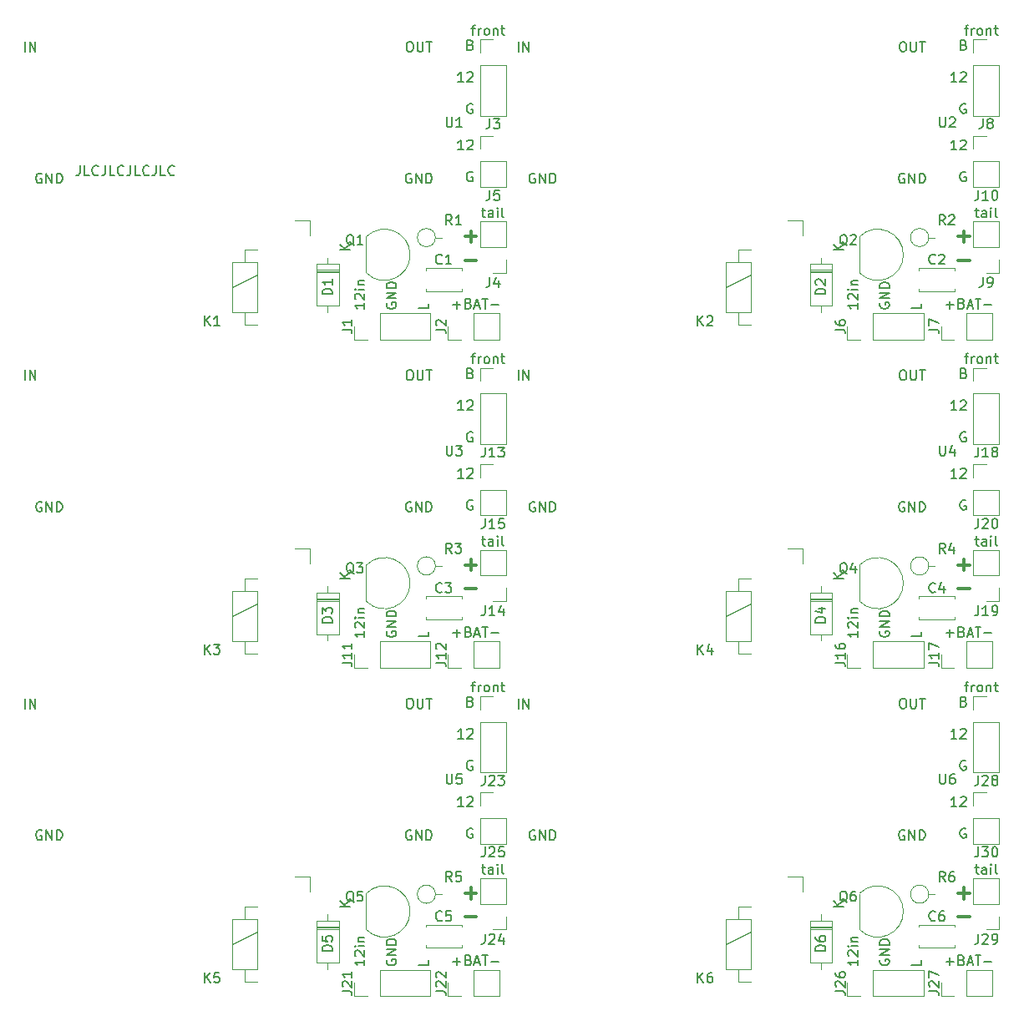
<source format=gbr>
%TF.GenerationSoftware,KiCad,Pcbnew,(6.0.1)*%
%TF.CreationDate,2022-02-17T17:48:37+01:00*%
%TF.ProjectId,365modPanel,3336356d-6f64-4506-916e-656c2e6b6963,rev?*%
%TF.SameCoordinates,Original*%
%TF.FileFunction,Legend,Top*%
%TF.FilePolarity,Positive*%
%FSLAX46Y46*%
G04 Gerber Fmt 4.6, Leading zero omitted, Abs format (unit mm)*
G04 Created by KiCad (PCBNEW (6.0.1)) date 2022-02-17 17:48:37*
%MOMM*%
%LPD*%
G01*
G04 APERTURE LIST*
%ADD10C,0.150000*%
%ADD11C,0.300000*%
%ADD12C,0.120000*%
%ADD13C,0.100000*%
G04 APERTURE END LIST*
D10*
X165009642Y-68842380D02*
X164438214Y-68842380D01*
X164723928Y-68842380D02*
X164723928Y-67842380D01*
X164628690Y-67985238D01*
X164533452Y-68080476D01*
X164438214Y-68128095D01*
X165390595Y-67937619D02*
X165438214Y-67890000D01*
X165533452Y-67842380D01*
X165771547Y-67842380D01*
X165866785Y-67890000D01*
X165914404Y-67937619D01*
X165962023Y-68032857D01*
X165962023Y-68128095D01*
X165914404Y-68270952D01*
X165342976Y-68842380D01*
X165962023Y-68842380D01*
X165914404Y-71110000D02*
X165819166Y-71062380D01*
X165676309Y-71062380D01*
X165533452Y-71110000D01*
X165438214Y-71205238D01*
X165390595Y-71300476D01*
X165342976Y-71490952D01*
X165342976Y-71633809D01*
X165390595Y-71824285D01*
X165438214Y-71919523D01*
X165533452Y-72014761D01*
X165676309Y-72062380D01*
X165771547Y-72062380D01*
X165914404Y-72014761D01*
X165962023Y-71967142D01*
X165962023Y-71633809D01*
X165771547Y-71633809D01*
X165723928Y-91508571D02*
X165866785Y-91556190D01*
X165914404Y-91603809D01*
X165962023Y-91699047D01*
X165962023Y-91841904D01*
X165914404Y-91937142D01*
X165866785Y-91984761D01*
X165771547Y-92032380D01*
X165390595Y-92032380D01*
X165390595Y-91032380D01*
X165723928Y-91032380D01*
X165819166Y-91080000D01*
X165866785Y-91127619D01*
X165914404Y-91222857D01*
X165914404Y-91318095D01*
X165866785Y-91413333D01*
X165819166Y-91460952D01*
X165723928Y-91508571D01*
X165390595Y-91508571D01*
X165009642Y-95252380D02*
X164438214Y-95252380D01*
X164723928Y-95252380D02*
X164723928Y-94252380D01*
X164628690Y-94395238D01*
X164533452Y-94490476D01*
X164438214Y-94538095D01*
X165390595Y-94347619D02*
X165438214Y-94300000D01*
X165533452Y-94252380D01*
X165771547Y-94252380D01*
X165866785Y-94300000D01*
X165914404Y-94347619D01*
X165962023Y-94442857D01*
X165962023Y-94538095D01*
X165914404Y-94680952D01*
X165342976Y-95252380D01*
X165962023Y-95252380D01*
X165914404Y-97520000D02*
X165819166Y-97472380D01*
X165676309Y-97472380D01*
X165533452Y-97520000D01*
X165438214Y-97615238D01*
X165390595Y-97710476D01*
X165342976Y-97900952D01*
X165342976Y-98043809D01*
X165390595Y-98234285D01*
X165438214Y-98329523D01*
X165533452Y-98424761D01*
X165676309Y-98472380D01*
X165771547Y-98472380D01*
X165914404Y-98424761D01*
X165962023Y-98377142D01*
X165962023Y-98043809D01*
X165771547Y-98043809D01*
X166857142Y-141635714D02*
X167238095Y-141635714D01*
X167000000Y-141302380D02*
X167000000Y-142159523D01*
X167047619Y-142254761D01*
X167142857Y-142302380D01*
X167238095Y-142302380D01*
X168000000Y-142302380D02*
X168000000Y-141778571D01*
X167952380Y-141683333D01*
X167857142Y-141635714D01*
X167666666Y-141635714D01*
X167571428Y-141683333D01*
X168000000Y-142254761D02*
X167904761Y-142302380D01*
X167666666Y-142302380D01*
X167571428Y-142254761D01*
X167523809Y-142159523D01*
X167523809Y-142064285D01*
X167571428Y-141969047D01*
X167666666Y-141921428D01*
X167904761Y-141921428D01*
X168000000Y-141873809D01*
X168476190Y-142302380D02*
X168476190Y-141635714D01*
X168476190Y-141302380D02*
X168428571Y-141350000D01*
X168476190Y-141397619D01*
X168523809Y-141350000D01*
X168476190Y-141302380D01*
X168476190Y-141397619D01*
X169095238Y-142302380D02*
X169000000Y-142254761D01*
X168952380Y-142159523D01*
X168952380Y-141302380D01*
D11*
X115178571Y-77649642D02*
X116321428Y-77649642D01*
X115750000Y-78221071D02*
X115750000Y-77078214D01*
X115178571Y-80064642D02*
X116321428Y-80064642D01*
D10*
X113940476Y-84571428D02*
X114702380Y-84571428D01*
X114321428Y-84952380D02*
X114321428Y-84190476D01*
X115511904Y-84428571D02*
X115654761Y-84476190D01*
X115702380Y-84523809D01*
X115750000Y-84619047D01*
X115750000Y-84761904D01*
X115702380Y-84857142D01*
X115654761Y-84904761D01*
X115559523Y-84952380D01*
X115178571Y-84952380D01*
X115178571Y-83952380D01*
X115511904Y-83952380D01*
X115607142Y-84000000D01*
X115654761Y-84047619D01*
X115702380Y-84142857D01*
X115702380Y-84238095D01*
X115654761Y-84333333D01*
X115607142Y-84380952D01*
X115511904Y-84428571D01*
X115178571Y-84428571D01*
X116130952Y-84666666D02*
X116607142Y-84666666D01*
X116035714Y-84952380D02*
X116369047Y-83952380D01*
X116702380Y-84952380D01*
X116892857Y-83952380D02*
X117464285Y-83952380D01*
X117178571Y-84952380D02*
X117178571Y-83952380D01*
X117797619Y-84571428D02*
X118559523Y-84571428D01*
X154982380Y-117690595D02*
X154982380Y-118262023D01*
X154982380Y-117976309D02*
X153982380Y-117976309D01*
X154125238Y-118071547D01*
X154220476Y-118166785D01*
X154268095Y-118262023D01*
X154077619Y-117309642D02*
X154030000Y-117262023D01*
X153982380Y-117166785D01*
X153982380Y-116928690D01*
X154030000Y-116833452D01*
X154077619Y-116785833D01*
X154172857Y-116738214D01*
X154268095Y-116738214D01*
X154410952Y-116785833D01*
X154982380Y-117357261D01*
X154982380Y-116738214D01*
X154982380Y-116309642D02*
X154315714Y-116309642D01*
X153982380Y-116309642D02*
X154030000Y-116357261D01*
X154077619Y-116309642D01*
X154030000Y-116262023D01*
X153982380Y-116309642D01*
X154077619Y-116309642D01*
X154315714Y-115833452D02*
X154982380Y-115833452D01*
X154410952Y-115833452D02*
X154363333Y-115785833D01*
X154315714Y-115690595D01*
X154315714Y-115547738D01*
X154363333Y-115452500D01*
X154458571Y-115404880D01*
X154982380Y-115404880D01*
X157250000Y-117690595D02*
X157202380Y-117785833D01*
X157202380Y-117928690D01*
X157250000Y-118071547D01*
X157345238Y-118166785D01*
X157440476Y-118214404D01*
X157630952Y-118262023D01*
X157773809Y-118262023D01*
X157964285Y-118214404D01*
X158059523Y-118166785D01*
X158154761Y-118071547D01*
X158202380Y-117928690D01*
X158202380Y-117833452D01*
X158154761Y-117690595D01*
X158107142Y-117642976D01*
X157773809Y-117642976D01*
X157773809Y-117833452D01*
X158202380Y-117214404D02*
X157202380Y-117214404D01*
X158202380Y-116642976D01*
X157202380Y-116642976D01*
X158202380Y-116166785D02*
X157202380Y-116166785D01*
X157202380Y-115928690D01*
X157250000Y-115785833D01*
X157345238Y-115690595D01*
X157440476Y-115642976D01*
X157630952Y-115595357D01*
X157773809Y-115595357D01*
X157964285Y-115642976D01*
X158059523Y-115690595D01*
X158154761Y-115785833D01*
X158202380Y-115928690D01*
X158202380Y-116166785D01*
X161422380Y-117738214D02*
X161422380Y-118214404D01*
X160422380Y-118214404D01*
X115009642Y-135442380D02*
X114438214Y-135442380D01*
X114723928Y-135442380D02*
X114723928Y-134442380D01*
X114628690Y-134585238D01*
X114533452Y-134680476D01*
X114438214Y-134728095D01*
X115390595Y-134537619D02*
X115438214Y-134490000D01*
X115533452Y-134442380D01*
X115771547Y-134442380D01*
X115866785Y-134490000D01*
X115914404Y-134537619D01*
X115962023Y-134632857D01*
X115962023Y-134728095D01*
X115914404Y-134870952D01*
X115342976Y-135442380D01*
X115962023Y-135442380D01*
X115914404Y-137710000D02*
X115819166Y-137662380D01*
X115676309Y-137662380D01*
X115533452Y-137710000D01*
X115438214Y-137805238D01*
X115390595Y-137900476D01*
X115342976Y-138090952D01*
X115342976Y-138233809D01*
X115390595Y-138424285D01*
X115438214Y-138519523D01*
X115533452Y-138614761D01*
X115676309Y-138662380D01*
X115771547Y-138662380D01*
X115914404Y-138614761D01*
X115962023Y-138567142D01*
X115962023Y-138233809D01*
X115771547Y-138233809D01*
X115809523Y-89835714D02*
X116190476Y-89835714D01*
X115952380Y-90502380D02*
X115952380Y-89645238D01*
X116000000Y-89550000D01*
X116095238Y-89502380D01*
X116190476Y-89502380D01*
X116523809Y-90502380D02*
X116523809Y-89835714D01*
X116523809Y-90026190D02*
X116571428Y-89930952D01*
X116619047Y-89883333D01*
X116714285Y-89835714D01*
X116809523Y-89835714D01*
X117285714Y-90502380D02*
X117190476Y-90454761D01*
X117142857Y-90407142D01*
X117095238Y-90311904D01*
X117095238Y-90026190D01*
X117142857Y-89930952D01*
X117190476Y-89883333D01*
X117285714Y-89835714D01*
X117428571Y-89835714D01*
X117523809Y-89883333D01*
X117571428Y-89930952D01*
X117619047Y-90026190D01*
X117619047Y-90311904D01*
X117571428Y-90407142D01*
X117523809Y-90454761D01*
X117428571Y-90502380D01*
X117285714Y-90502380D01*
X118047619Y-89835714D02*
X118047619Y-90502380D01*
X118047619Y-89930952D02*
X118095238Y-89883333D01*
X118190476Y-89835714D01*
X118333333Y-89835714D01*
X118428571Y-89883333D01*
X118476190Y-89978571D01*
X118476190Y-90502380D01*
X118809523Y-89835714D02*
X119190476Y-89835714D01*
X118952380Y-89502380D02*
X118952380Y-90359523D01*
X119000000Y-90454761D01*
X119095238Y-90502380D01*
X119190476Y-90502380D01*
X163940476Y-117871428D02*
X164702380Y-117871428D01*
X164321428Y-118252380D02*
X164321428Y-117490476D01*
X165511904Y-117728571D02*
X165654761Y-117776190D01*
X165702380Y-117823809D01*
X165750000Y-117919047D01*
X165750000Y-118061904D01*
X165702380Y-118157142D01*
X165654761Y-118204761D01*
X165559523Y-118252380D01*
X165178571Y-118252380D01*
X165178571Y-117252380D01*
X165511904Y-117252380D01*
X165607142Y-117300000D01*
X165654761Y-117347619D01*
X165702380Y-117442857D01*
X165702380Y-117538095D01*
X165654761Y-117633333D01*
X165607142Y-117680952D01*
X165511904Y-117728571D01*
X165178571Y-117728571D01*
X166130952Y-117966666D02*
X166607142Y-117966666D01*
X166035714Y-118252380D02*
X166369047Y-117252380D01*
X166702380Y-118252380D01*
X166892857Y-117252380D02*
X167464285Y-117252380D01*
X167178571Y-118252380D02*
X167178571Y-117252380D01*
X167797619Y-117871428D02*
X168559523Y-117871428D01*
X115809523Y-56535714D02*
X116190476Y-56535714D01*
X115952380Y-57202380D02*
X115952380Y-56345238D01*
X116000000Y-56250000D01*
X116095238Y-56202380D01*
X116190476Y-56202380D01*
X116523809Y-57202380D02*
X116523809Y-56535714D01*
X116523809Y-56726190D02*
X116571428Y-56630952D01*
X116619047Y-56583333D01*
X116714285Y-56535714D01*
X116809523Y-56535714D01*
X117285714Y-57202380D02*
X117190476Y-57154761D01*
X117142857Y-57107142D01*
X117095238Y-57011904D01*
X117095238Y-56726190D01*
X117142857Y-56630952D01*
X117190476Y-56583333D01*
X117285714Y-56535714D01*
X117428571Y-56535714D01*
X117523809Y-56583333D01*
X117571428Y-56630952D01*
X117619047Y-56726190D01*
X117619047Y-57011904D01*
X117571428Y-57107142D01*
X117523809Y-57154761D01*
X117428571Y-57202380D01*
X117285714Y-57202380D01*
X118047619Y-56535714D02*
X118047619Y-57202380D01*
X118047619Y-56630952D02*
X118095238Y-56583333D01*
X118190476Y-56535714D01*
X118333333Y-56535714D01*
X118428571Y-56583333D01*
X118476190Y-56678571D01*
X118476190Y-57202380D01*
X118809523Y-56535714D02*
X119190476Y-56535714D01*
X118952380Y-56202380D02*
X118952380Y-57059523D01*
X119000000Y-57154761D01*
X119095238Y-57202380D01*
X119190476Y-57202380D01*
D11*
X115178571Y-110949642D02*
X116321428Y-110949642D01*
X115750000Y-111521071D02*
X115750000Y-110378214D01*
X115178571Y-113364642D02*
X116321428Y-113364642D01*
D10*
X166857142Y-75035714D02*
X167238095Y-75035714D01*
X167000000Y-74702380D02*
X167000000Y-75559523D01*
X167047619Y-75654761D01*
X167142857Y-75702380D01*
X167238095Y-75702380D01*
X168000000Y-75702380D02*
X168000000Y-75178571D01*
X167952380Y-75083333D01*
X167857142Y-75035714D01*
X167666666Y-75035714D01*
X167571428Y-75083333D01*
X168000000Y-75654761D02*
X167904761Y-75702380D01*
X167666666Y-75702380D01*
X167571428Y-75654761D01*
X167523809Y-75559523D01*
X167523809Y-75464285D01*
X167571428Y-75369047D01*
X167666666Y-75321428D01*
X167904761Y-75321428D01*
X168000000Y-75273809D01*
X168476190Y-75702380D02*
X168476190Y-75035714D01*
X168476190Y-74702380D02*
X168428571Y-74750000D01*
X168476190Y-74797619D01*
X168523809Y-74750000D01*
X168476190Y-74702380D01*
X168476190Y-74797619D01*
X169095238Y-75702380D02*
X169000000Y-75654761D01*
X168952380Y-75559523D01*
X168952380Y-74702380D01*
X113940476Y-117871428D02*
X114702380Y-117871428D01*
X114321428Y-118252380D02*
X114321428Y-117490476D01*
X115511904Y-117728571D02*
X115654761Y-117776190D01*
X115702380Y-117823809D01*
X115750000Y-117919047D01*
X115750000Y-118061904D01*
X115702380Y-118157142D01*
X115654761Y-118204761D01*
X115559523Y-118252380D01*
X115178571Y-118252380D01*
X115178571Y-117252380D01*
X115511904Y-117252380D01*
X115607142Y-117300000D01*
X115654761Y-117347619D01*
X115702380Y-117442857D01*
X115702380Y-117538095D01*
X115654761Y-117633333D01*
X115607142Y-117680952D01*
X115511904Y-117728571D01*
X115178571Y-117728571D01*
X116130952Y-117966666D02*
X116607142Y-117966666D01*
X116035714Y-118252380D02*
X116369047Y-117252380D01*
X116702380Y-118252380D01*
X116892857Y-117252380D02*
X117464285Y-117252380D01*
X117178571Y-118252380D02*
X117178571Y-117252380D01*
X117797619Y-117871428D02*
X118559523Y-117871428D01*
X115809523Y-123135714D02*
X116190476Y-123135714D01*
X115952380Y-123802380D02*
X115952380Y-122945238D01*
X116000000Y-122850000D01*
X116095238Y-122802380D01*
X116190476Y-122802380D01*
X116523809Y-123802380D02*
X116523809Y-123135714D01*
X116523809Y-123326190D02*
X116571428Y-123230952D01*
X116619047Y-123183333D01*
X116714285Y-123135714D01*
X116809523Y-123135714D01*
X117285714Y-123802380D02*
X117190476Y-123754761D01*
X117142857Y-123707142D01*
X117095238Y-123611904D01*
X117095238Y-123326190D01*
X117142857Y-123230952D01*
X117190476Y-123183333D01*
X117285714Y-123135714D01*
X117428571Y-123135714D01*
X117523809Y-123183333D01*
X117571428Y-123230952D01*
X117619047Y-123326190D01*
X117619047Y-123611904D01*
X117571428Y-123707142D01*
X117523809Y-123754761D01*
X117428571Y-123802380D01*
X117285714Y-123802380D01*
X118047619Y-123135714D02*
X118047619Y-123802380D01*
X118047619Y-123230952D02*
X118095238Y-123183333D01*
X118190476Y-123135714D01*
X118333333Y-123135714D01*
X118428571Y-123183333D01*
X118476190Y-123278571D01*
X118476190Y-123802380D01*
X118809523Y-123135714D02*
X119190476Y-123135714D01*
X118952380Y-122802380D02*
X118952380Y-123659523D01*
X119000000Y-123754761D01*
X119095238Y-123802380D01*
X119190476Y-123802380D01*
X76130952Y-70452380D02*
X76130952Y-71166666D01*
X76083333Y-71309523D01*
X75988095Y-71404761D01*
X75845238Y-71452380D01*
X75750000Y-71452380D01*
X77083333Y-71452380D02*
X76607142Y-71452380D01*
X76607142Y-70452380D01*
X77988095Y-71357142D02*
X77940476Y-71404761D01*
X77797619Y-71452380D01*
X77702380Y-71452380D01*
X77559523Y-71404761D01*
X77464285Y-71309523D01*
X77416666Y-71214285D01*
X77369047Y-71023809D01*
X77369047Y-70880952D01*
X77416666Y-70690476D01*
X77464285Y-70595238D01*
X77559523Y-70500000D01*
X77702380Y-70452380D01*
X77797619Y-70452380D01*
X77940476Y-70500000D01*
X77988095Y-70547619D01*
X78702380Y-70452380D02*
X78702380Y-71166666D01*
X78654761Y-71309523D01*
X78559523Y-71404761D01*
X78416666Y-71452380D01*
X78321428Y-71452380D01*
X79654761Y-71452380D02*
X79178571Y-71452380D01*
X79178571Y-70452380D01*
X80559523Y-71357142D02*
X80511904Y-71404761D01*
X80369047Y-71452380D01*
X80273809Y-71452380D01*
X80130952Y-71404761D01*
X80035714Y-71309523D01*
X79988095Y-71214285D01*
X79940476Y-71023809D01*
X79940476Y-70880952D01*
X79988095Y-70690476D01*
X80035714Y-70595238D01*
X80130952Y-70500000D01*
X80273809Y-70452380D01*
X80369047Y-70452380D01*
X80511904Y-70500000D01*
X80559523Y-70547619D01*
X81273809Y-70452380D02*
X81273809Y-71166666D01*
X81226190Y-71309523D01*
X81130952Y-71404761D01*
X80988095Y-71452380D01*
X80892857Y-71452380D01*
X82226190Y-71452380D02*
X81750000Y-71452380D01*
X81750000Y-70452380D01*
X83130952Y-71357142D02*
X83083333Y-71404761D01*
X82940476Y-71452380D01*
X82845238Y-71452380D01*
X82702380Y-71404761D01*
X82607142Y-71309523D01*
X82559523Y-71214285D01*
X82511904Y-71023809D01*
X82511904Y-70880952D01*
X82559523Y-70690476D01*
X82607142Y-70595238D01*
X82702380Y-70500000D01*
X82845238Y-70452380D01*
X82940476Y-70452380D01*
X83083333Y-70500000D01*
X83130952Y-70547619D01*
X83845238Y-70452380D02*
X83845238Y-71166666D01*
X83797619Y-71309523D01*
X83702380Y-71404761D01*
X83559523Y-71452380D01*
X83464285Y-71452380D01*
X84797619Y-71452380D02*
X84321428Y-71452380D01*
X84321428Y-70452380D01*
X85702380Y-71357142D02*
X85654761Y-71404761D01*
X85511904Y-71452380D01*
X85416666Y-71452380D01*
X85273809Y-71404761D01*
X85178571Y-71309523D01*
X85130952Y-71214285D01*
X85083333Y-71023809D01*
X85083333Y-70880952D01*
X85130952Y-70690476D01*
X85178571Y-70595238D01*
X85273809Y-70500000D01*
X85416666Y-70452380D01*
X85511904Y-70452380D01*
X85654761Y-70500000D01*
X85702380Y-70547619D01*
X163940476Y-151171428D02*
X164702380Y-151171428D01*
X164321428Y-151552380D02*
X164321428Y-150790476D01*
X165511904Y-151028571D02*
X165654761Y-151076190D01*
X165702380Y-151123809D01*
X165750000Y-151219047D01*
X165750000Y-151361904D01*
X165702380Y-151457142D01*
X165654761Y-151504761D01*
X165559523Y-151552380D01*
X165178571Y-151552380D01*
X165178571Y-150552380D01*
X165511904Y-150552380D01*
X165607142Y-150600000D01*
X165654761Y-150647619D01*
X165702380Y-150742857D01*
X165702380Y-150838095D01*
X165654761Y-150933333D01*
X165607142Y-150980952D01*
X165511904Y-151028571D01*
X165178571Y-151028571D01*
X166130952Y-151266666D02*
X166607142Y-151266666D01*
X166035714Y-151552380D02*
X166369047Y-150552380D01*
X166702380Y-151552380D01*
X166892857Y-150552380D02*
X167464285Y-150552380D01*
X167178571Y-151552380D02*
X167178571Y-150552380D01*
X167797619Y-151171428D02*
X168559523Y-151171428D01*
X115723928Y-91508571D02*
X115866785Y-91556190D01*
X115914404Y-91603809D01*
X115962023Y-91699047D01*
X115962023Y-91841904D01*
X115914404Y-91937142D01*
X115866785Y-91984761D01*
X115771547Y-92032380D01*
X115390595Y-92032380D01*
X115390595Y-91032380D01*
X115723928Y-91032380D01*
X115819166Y-91080000D01*
X115866785Y-91127619D01*
X115914404Y-91222857D01*
X115914404Y-91318095D01*
X115866785Y-91413333D01*
X115819166Y-91460952D01*
X115723928Y-91508571D01*
X115390595Y-91508571D01*
X115009642Y-95252380D02*
X114438214Y-95252380D01*
X114723928Y-95252380D02*
X114723928Y-94252380D01*
X114628690Y-94395238D01*
X114533452Y-94490476D01*
X114438214Y-94538095D01*
X115390595Y-94347619D02*
X115438214Y-94300000D01*
X115533452Y-94252380D01*
X115771547Y-94252380D01*
X115866785Y-94300000D01*
X115914404Y-94347619D01*
X115962023Y-94442857D01*
X115962023Y-94538095D01*
X115914404Y-94680952D01*
X115342976Y-95252380D01*
X115962023Y-95252380D01*
X115914404Y-97520000D02*
X115819166Y-97472380D01*
X115676309Y-97472380D01*
X115533452Y-97520000D01*
X115438214Y-97615238D01*
X115390595Y-97710476D01*
X115342976Y-97900952D01*
X115342976Y-98043809D01*
X115390595Y-98234285D01*
X115438214Y-98329523D01*
X115533452Y-98424761D01*
X115676309Y-98472380D01*
X115771547Y-98472380D01*
X115914404Y-98424761D01*
X115962023Y-98377142D01*
X115962023Y-98043809D01*
X115771547Y-98043809D01*
X163940476Y-84571428D02*
X164702380Y-84571428D01*
X164321428Y-84952380D02*
X164321428Y-84190476D01*
X165511904Y-84428571D02*
X165654761Y-84476190D01*
X165702380Y-84523809D01*
X165750000Y-84619047D01*
X165750000Y-84761904D01*
X165702380Y-84857142D01*
X165654761Y-84904761D01*
X165559523Y-84952380D01*
X165178571Y-84952380D01*
X165178571Y-83952380D01*
X165511904Y-83952380D01*
X165607142Y-84000000D01*
X165654761Y-84047619D01*
X165702380Y-84142857D01*
X165702380Y-84238095D01*
X165654761Y-84333333D01*
X165607142Y-84380952D01*
X165511904Y-84428571D01*
X165178571Y-84428571D01*
X166130952Y-84666666D02*
X166607142Y-84666666D01*
X166035714Y-84952380D02*
X166369047Y-83952380D01*
X166702380Y-84952380D01*
X166892857Y-83952380D02*
X167464285Y-83952380D01*
X167178571Y-84952380D02*
X167178571Y-83952380D01*
X167797619Y-84571428D02*
X168559523Y-84571428D01*
D11*
X165178571Y-110949642D02*
X166321428Y-110949642D01*
X165750000Y-111521071D02*
X165750000Y-110378214D01*
X165178571Y-113364642D02*
X166321428Y-113364642D01*
D10*
X165723928Y-58208571D02*
X165866785Y-58256190D01*
X165914404Y-58303809D01*
X165962023Y-58399047D01*
X165962023Y-58541904D01*
X165914404Y-58637142D01*
X165866785Y-58684761D01*
X165771547Y-58732380D01*
X165390595Y-58732380D01*
X165390595Y-57732380D01*
X165723928Y-57732380D01*
X165819166Y-57780000D01*
X165866785Y-57827619D01*
X165914404Y-57922857D01*
X165914404Y-58018095D01*
X165866785Y-58113333D01*
X165819166Y-58160952D01*
X165723928Y-58208571D01*
X165390595Y-58208571D01*
X165009642Y-61952380D02*
X164438214Y-61952380D01*
X164723928Y-61952380D02*
X164723928Y-60952380D01*
X164628690Y-61095238D01*
X164533452Y-61190476D01*
X164438214Y-61238095D01*
X165390595Y-61047619D02*
X165438214Y-61000000D01*
X165533452Y-60952380D01*
X165771547Y-60952380D01*
X165866785Y-61000000D01*
X165914404Y-61047619D01*
X165962023Y-61142857D01*
X165962023Y-61238095D01*
X165914404Y-61380952D01*
X165342976Y-61952380D01*
X165962023Y-61952380D01*
X165914404Y-64220000D02*
X165819166Y-64172380D01*
X165676309Y-64172380D01*
X165533452Y-64220000D01*
X165438214Y-64315238D01*
X165390595Y-64410476D01*
X165342976Y-64600952D01*
X165342976Y-64743809D01*
X165390595Y-64934285D01*
X165438214Y-65029523D01*
X165533452Y-65124761D01*
X165676309Y-65172380D01*
X165771547Y-65172380D01*
X165914404Y-65124761D01*
X165962023Y-65077142D01*
X165962023Y-64743809D01*
X165771547Y-64743809D01*
D11*
X165178571Y-144249642D02*
X166321428Y-144249642D01*
X165750000Y-144821071D02*
X165750000Y-143678214D01*
X165178571Y-146664642D02*
X166321428Y-146664642D01*
D10*
X165723928Y-124808571D02*
X165866785Y-124856190D01*
X165914404Y-124903809D01*
X165962023Y-124999047D01*
X165962023Y-125141904D01*
X165914404Y-125237142D01*
X165866785Y-125284761D01*
X165771547Y-125332380D01*
X165390595Y-125332380D01*
X165390595Y-124332380D01*
X165723928Y-124332380D01*
X165819166Y-124380000D01*
X165866785Y-124427619D01*
X165914404Y-124522857D01*
X165914404Y-124618095D01*
X165866785Y-124713333D01*
X165819166Y-124760952D01*
X165723928Y-124808571D01*
X165390595Y-124808571D01*
X165009642Y-128552380D02*
X164438214Y-128552380D01*
X164723928Y-128552380D02*
X164723928Y-127552380D01*
X164628690Y-127695238D01*
X164533452Y-127790476D01*
X164438214Y-127838095D01*
X165390595Y-127647619D02*
X165438214Y-127600000D01*
X165533452Y-127552380D01*
X165771547Y-127552380D01*
X165866785Y-127600000D01*
X165914404Y-127647619D01*
X165962023Y-127742857D01*
X165962023Y-127838095D01*
X165914404Y-127980952D01*
X165342976Y-128552380D01*
X165962023Y-128552380D01*
X165914404Y-130820000D02*
X165819166Y-130772380D01*
X165676309Y-130772380D01*
X165533452Y-130820000D01*
X165438214Y-130915238D01*
X165390595Y-131010476D01*
X165342976Y-131200952D01*
X165342976Y-131343809D01*
X165390595Y-131534285D01*
X165438214Y-131629523D01*
X165533452Y-131724761D01*
X165676309Y-131772380D01*
X165771547Y-131772380D01*
X165914404Y-131724761D01*
X165962023Y-131677142D01*
X165962023Y-131343809D01*
X165771547Y-131343809D01*
X115723928Y-58208571D02*
X115866785Y-58256190D01*
X115914404Y-58303809D01*
X115962023Y-58399047D01*
X115962023Y-58541904D01*
X115914404Y-58637142D01*
X115866785Y-58684761D01*
X115771547Y-58732380D01*
X115390595Y-58732380D01*
X115390595Y-57732380D01*
X115723928Y-57732380D01*
X115819166Y-57780000D01*
X115866785Y-57827619D01*
X115914404Y-57922857D01*
X115914404Y-58018095D01*
X115866785Y-58113333D01*
X115819166Y-58160952D01*
X115723928Y-58208571D01*
X115390595Y-58208571D01*
X115009642Y-61952380D02*
X114438214Y-61952380D01*
X114723928Y-61952380D02*
X114723928Y-60952380D01*
X114628690Y-61095238D01*
X114533452Y-61190476D01*
X114438214Y-61238095D01*
X115390595Y-61047619D02*
X115438214Y-61000000D01*
X115533452Y-60952380D01*
X115771547Y-60952380D01*
X115866785Y-61000000D01*
X115914404Y-61047619D01*
X115962023Y-61142857D01*
X115962023Y-61238095D01*
X115914404Y-61380952D01*
X115342976Y-61952380D01*
X115962023Y-61952380D01*
X115914404Y-64220000D02*
X115819166Y-64172380D01*
X115676309Y-64172380D01*
X115533452Y-64220000D01*
X115438214Y-64315238D01*
X115390595Y-64410476D01*
X115342976Y-64600952D01*
X115342976Y-64743809D01*
X115390595Y-64934285D01*
X115438214Y-65029523D01*
X115533452Y-65124761D01*
X115676309Y-65172380D01*
X115771547Y-65172380D01*
X115914404Y-65124761D01*
X115962023Y-65077142D01*
X115962023Y-64743809D01*
X115771547Y-64743809D01*
X165809523Y-123135714D02*
X166190476Y-123135714D01*
X165952380Y-123802380D02*
X165952380Y-122945238D01*
X166000000Y-122850000D01*
X166095238Y-122802380D01*
X166190476Y-122802380D01*
X166523809Y-123802380D02*
X166523809Y-123135714D01*
X166523809Y-123326190D02*
X166571428Y-123230952D01*
X166619047Y-123183333D01*
X166714285Y-123135714D01*
X166809523Y-123135714D01*
X167285714Y-123802380D02*
X167190476Y-123754761D01*
X167142857Y-123707142D01*
X167095238Y-123611904D01*
X167095238Y-123326190D01*
X167142857Y-123230952D01*
X167190476Y-123183333D01*
X167285714Y-123135714D01*
X167428571Y-123135714D01*
X167523809Y-123183333D01*
X167571428Y-123230952D01*
X167619047Y-123326190D01*
X167619047Y-123611904D01*
X167571428Y-123707142D01*
X167523809Y-123754761D01*
X167428571Y-123802380D01*
X167285714Y-123802380D01*
X168047619Y-123135714D02*
X168047619Y-123802380D01*
X168047619Y-123230952D02*
X168095238Y-123183333D01*
X168190476Y-123135714D01*
X168333333Y-123135714D01*
X168428571Y-123183333D01*
X168476190Y-123278571D01*
X168476190Y-123802380D01*
X168809523Y-123135714D02*
X169190476Y-123135714D01*
X168952380Y-122802380D02*
X168952380Y-123659523D01*
X169000000Y-123754761D01*
X169095238Y-123802380D01*
X169190476Y-123802380D01*
X104982380Y-150990595D02*
X104982380Y-151562023D01*
X104982380Y-151276309D02*
X103982380Y-151276309D01*
X104125238Y-151371547D01*
X104220476Y-151466785D01*
X104268095Y-151562023D01*
X104077619Y-150609642D02*
X104030000Y-150562023D01*
X103982380Y-150466785D01*
X103982380Y-150228690D01*
X104030000Y-150133452D01*
X104077619Y-150085833D01*
X104172857Y-150038214D01*
X104268095Y-150038214D01*
X104410952Y-150085833D01*
X104982380Y-150657261D01*
X104982380Y-150038214D01*
X104982380Y-149609642D02*
X104315714Y-149609642D01*
X103982380Y-149609642D02*
X104030000Y-149657261D01*
X104077619Y-149609642D01*
X104030000Y-149562023D01*
X103982380Y-149609642D01*
X104077619Y-149609642D01*
X104315714Y-149133452D02*
X104982380Y-149133452D01*
X104410952Y-149133452D02*
X104363333Y-149085833D01*
X104315714Y-148990595D01*
X104315714Y-148847738D01*
X104363333Y-148752500D01*
X104458571Y-148704880D01*
X104982380Y-148704880D01*
X107250000Y-150990595D02*
X107202380Y-151085833D01*
X107202380Y-151228690D01*
X107250000Y-151371547D01*
X107345238Y-151466785D01*
X107440476Y-151514404D01*
X107630952Y-151562023D01*
X107773809Y-151562023D01*
X107964285Y-151514404D01*
X108059523Y-151466785D01*
X108154761Y-151371547D01*
X108202380Y-151228690D01*
X108202380Y-151133452D01*
X108154761Y-150990595D01*
X108107142Y-150942976D01*
X107773809Y-150942976D01*
X107773809Y-151133452D01*
X108202380Y-150514404D02*
X107202380Y-150514404D01*
X108202380Y-149942976D01*
X107202380Y-149942976D01*
X108202380Y-149466785D02*
X107202380Y-149466785D01*
X107202380Y-149228690D01*
X107250000Y-149085833D01*
X107345238Y-148990595D01*
X107440476Y-148942976D01*
X107630952Y-148895357D01*
X107773809Y-148895357D01*
X107964285Y-148942976D01*
X108059523Y-148990595D01*
X108154761Y-149085833D01*
X108202380Y-149228690D01*
X108202380Y-149466785D01*
X111422380Y-151038214D02*
X111422380Y-151514404D01*
X110422380Y-151514404D01*
X165009642Y-102142380D02*
X164438214Y-102142380D01*
X164723928Y-102142380D02*
X164723928Y-101142380D01*
X164628690Y-101285238D01*
X164533452Y-101380476D01*
X164438214Y-101428095D01*
X165390595Y-101237619D02*
X165438214Y-101190000D01*
X165533452Y-101142380D01*
X165771547Y-101142380D01*
X165866785Y-101190000D01*
X165914404Y-101237619D01*
X165962023Y-101332857D01*
X165962023Y-101428095D01*
X165914404Y-101570952D01*
X165342976Y-102142380D01*
X165962023Y-102142380D01*
X165914404Y-104410000D02*
X165819166Y-104362380D01*
X165676309Y-104362380D01*
X165533452Y-104410000D01*
X165438214Y-104505238D01*
X165390595Y-104600476D01*
X165342976Y-104790952D01*
X165342976Y-104933809D01*
X165390595Y-105124285D01*
X165438214Y-105219523D01*
X165533452Y-105314761D01*
X165676309Y-105362380D01*
X165771547Y-105362380D01*
X165914404Y-105314761D01*
X165962023Y-105267142D01*
X165962023Y-104933809D01*
X165771547Y-104933809D01*
X166857142Y-108335714D02*
X167238095Y-108335714D01*
X167000000Y-108002380D02*
X167000000Y-108859523D01*
X167047619Y-108954761D01*
X167142857Y-109002380D01*
X167238095Y-109002380D01*
X168000000Y-109002380D02*
X168000000Y-108478571D01*
X167952380Y-108383333D01*
X167857142Y-108335714D01*
X167666666Y-108335714D01*
X167571428Y-108383333D01*
X168000000Y-108954761D02*
X167904761Y-109002380D01*
X167666666Y-109002380D01*
X167571428Y-108954761D01*
X167523809Y-108859523D01*
X167523809Y-108764285D01*
X167571428Y-108669047D01*
X167666666Y-108621428D01*
X167904761Y-108621428D01*
X168000000Y-108573809D01*
X168476190Y-109002380D02*
X168476190Y-108335714D01*
X168476190Y-108002380D02*
X168428571Y-108050000D01*
X168476190Y-108097619D01*
X168523809Y-108050000D01*
X168476190Y-108002380D01*
X168476190Y-108097619D01*
X169095238Y-109002380D02*
X169000000Y-108954761D01*
X168952380Y-108859523D01*
X168952380Y-108002380D01*
X115009642Y-68842380D02*
X114438214Y-68842380D01*
X114723928Y-68842380D02*
X114723928Y-67842380D01*
X114628690Y-67985238D01*
X114533452Y-68080476D01*
X114438214Y-68128095D01*
X115390595Y-67937619D02*
X115438214Y-67890000D01*
X115533452Y-67842380D01*
X115771547Y-67842380D01*
X115866785Y-67890000D01*
X115914404Y-67937619D01*
X115962023Y-68032857D01*
X115962023Y-68128095D01*
X115914404Y-68270952D01*
X115342976Y-68842380D01*
X115962023Y-68842380D01*
X115914404Y-71110000D02*
X115819166Y-71062380D01*
X115676309Y-71062380D01*
X115533452Y-71110000D01*
X115438214Y-71205238D01*
X115390595Y-71300476D01*
X115342976Y-71490952D01*
X115342976Y-71633809D01*
X115390595Y-71824285D01*
X115438214Y-71919523D01*
X115533452Y-72014761D01*
X115676309Y-72062380D01*
X115771547Y-72062380D01*
X115914404Y-72014761D01*
X115962023Y-71967142D01*
X115962023Y-71633809D01*
X115771547Y-71633809D01*
X116857142Y-75035714D02*
X117238095Y-75035714D01*
X117000000Y-74702380D02*
X117000000Y-75559523D01*
X117047619Y-75654761D01*
X117142857Y-75702380D01*
X117238095Y-75702380D01*
X118000000Y-75702380D02*
X118000000Y-75178571D01*
X117952380Y-75083333D01*
X117857142Y-75035714D01*
X117666666Y-75035714D01*
X117571428Y-75083333D01*
X118000000Y-75654761D02*
X117904761Y-75702380D01*
X117666666Y-75702380D01*
X117571428Y-75654761D01*
X117523809Y-75559523D01*
X117523809Y-75464285D01*
X117571428Y-75369047D01*
X117666666Y-75321428D01*
X117904761Y-75321428D01*
X118000000Y-75273809D01*
X118476190Y-75702380D02*
X118476190Y-75035714D01*
X118476190Y-74702380D02*
X118428571Y-74750000D01*
X118476190Y-74797619D01*
X118523809Y-74750000D01*
X118476190Y-74702380D01*
X118476190Y-74797619D01*
X119095238Y-75702380D02*
X119000000Y-75654761D01*
X118952380Y-75559523D01*
X118952380Y-74702380D01*
D11*
X165178571Y-77649642D02*
X166321428Y-77649642D01*
X165750000Y-78221071D02*
X165750000Y-77078214D01*
X165178571Y-80064642D02*
X166321428Y-80064642D01*
D10*
X115723928Y-124808571D02*
X115866785Y-124856190D01*
X115914404Y-124903809D01*
X115962023Y-124999047D01*
X115962023Y-125141904D01*
X115914404Y-125237142D01*
X115866785Y-125284761D01*
X115771547Y-125332380D01*
X115390595Y-125332380D01*
X115390595Y-124332380D01*
X115723928Y-124332380D01*
X115819166Y-124380000D01*
X115866785Y-124427619D01*
X115914404Y-124522857D01*
X115914404Y-124618095D01*
X115866785Y-124713333D01*
X115819166Y-124760952D01*
X115723928Y-124808571D01*
X115390595Y-124808571D01*
X115009642Y-128552380D02*
X114438214Y-128552380D01*
X114723928Y-128552380D02*
X114723928Y-127552380D01*
X114628690Y-127695238D01*
X114533452Y-127790476D01*
X114438214Y-127838095D01*
X115390595Y-127647619D02*
X115438214Y-127600000D01*
X115533452Y-127552380D01*
X115771547Y-127552380D01*
X115866785Y-127600000D01*
X115914404Y-127647619D01*
X115962023Y-127742857D01*
X115962023Y-127838095D01*
X115914404Y-127980952D01*
X115342976Y-128552380D01*
X115962023Y-128552380D01*
X115914404Y-130820000D02*
X115819166Y-130772380D01*
X115676309Y-130772380D01*
X115533452Y-130820000D01*
X115438214Y-130915238D01*
X115390595Y-131010476D01*
X115342976Y-131200952D01*
X115342976Y-131343809D01*
X115390595Y-131534285D01*
X115438214Y-131629523D01*
X115533452Y-131724761D01*
X115676309Y-131772380D01*
X115771547Y-131772380D01*
X115914404Y-131724761D01*
X115962023Y-131677142D01*
X115962023Y-131343809D01*
X115771547Y-131343809D01*
X154982380Y-84390595D02*
X154982380Y-84962023D01*
X154982380Y-84676309D02*
X153982380Y-84676309D01*
X154125238Y-84771547D01*
X154220476Y-84866785D01*
X154268095Y-84962023D01*
X154077619Y-84009642D02*
X154030000Y-83962023D01*
X153982380Y-83866785D01*
X153982380Y-83628690D01*
X154030000Y-83533452D01*
X154077619Y-83485833D01*
X154172857Y-83438214D01*
X154268095Y-83438214D01*
X154410952Y-83485833D01*
X154982380Y-84057261D01*
X154982380Y-83438214D01*
X154982380Y-83009642D02*
X154315714Y-83009642D01*
X153982380Y-83009642D02*
X154030000Y-83057261D01*
X154077619Y-83009642D01*
X154030000Y-82962023D01*
X153982380Y-83009642D01*
X154077619Y-83009642D01*
X154315714Y-82533452D02*
X154982380Y-82533452D01*
X154410952Y-82533452D02*
X154363333Y-82485833D01*
X154315714Y-82390595D01*
X154315714Y-82247738D01*
X154363333Y-82152500D01*
X154458571Y-82104880D01*
X154982380Y-82104880D01*
X157250000Y-84390595D02*
X157202380Y-84485833D01*
X157202380Y-84628690D01*
X157250000Y-84771547D01*
X157345238Y-84866785D01*
X157440476Y-84914404D01*
X157630952Y-84962023D01*
X157773809Y-84962023D01*
X157964285Y-84914404D01*
X158059523Y-84866785D01*
X158154761Y-84771547D01*
X158202380Y-84628690D01*
X158202380Y-84533452D01*
X158154761Y-84390595D01*
X158107142Y-84342976D01*
X157773809Y-84342976D01*
X157773809Y-84533452D01*
X158202380Y-83914404D02*
X157202380Y-83914404D01*
X158202380Y-83342976D01*
X157202380Y-83342976D01*
X158202380Y-82866785D02*
X157202380Y-82866785D01*
X157202380Y-82628690D01*
X157250000Y-82485833D01*
X157345238Y-82390595D01*
X157440476Y-82342976D01*
X157630952Y-82295357D01*
X157773809Y-82295357D01*
X157964285Y-82342976D01*
X158059523Y-82390595D01*
X158154761Y-82485833D01*
X158202380Y-82628690D01*
X158202380Y-82866785D01*
X161422380Y-84438214D02*
X161422380Y-84914404D01*
X160422380Y-84914404D01*
X154982380Y-150990595D02*
X154982380Y-151562023D01*
X154982380Y-151276309D02*
X153982380Y-151276309D01*
X154125238Y-151371547D01*
X154220476Y-151466785D01*
X154268095Y-151562023D01*
X154077619Y-150609642D02*
X154030000Y-150562023D01*
X153982380Y-150466785D01*
X153982380Y-150228690D01*
X154030000Y-150133452D01*
X154077619Y-150085833D01*
X154172857Y-150038214D01*
X154268095Y-150038214D01*
X154410952Y-150085833D01*
X154982380Y-150657261D01*
X154982380Y-150038214D01*
X154982380Y-149609642D02*
X154315714Y-149609642D01*
X153982380Y-149609642D02*
X154030000Y-149657261D01*
X154077619Y-149609642D01*
X154030000Y-149562023D01*
X153982380Y-149609642D01*
X154077619Y-149609642D01*
X154315714Y-149133452D02*
X154982380Y-149133452D01*
X154410952Y-149133452D02*
X154363333Y-149085833D01*
X154315714Y-148990595D01*
X154315714Y-148847738D01*
X154363333Y-148752500D01*
X154458571Y-148704880D01*
X154982380Y-148704880D01*
X157250000Y-150990595D02*
X157202380Y-151085833D01*
X157202380Y-151228690D01*
X157250000Y-151371547D01*
X157345238Y-151466785D01*
X157440476Y-151514404D01*
X157630952Y-151562023D01*
X157773809Y-151562023D01*
X157964285Y-151514404D01*
X158059523Y-151466785D01*
X158154761Y-151371547D01*
X158202380Y-151228690D01*
X158202380Y-151133452D01*
X158154761Y-150990595D01*
X158107142Y-150942976D01*
X157773809Y-150942976D01*
X157773809Y-151133452D01*
X158202380Y-150514404D02*
X157202380Y-150514404D01*
X158202380Y-149942976D01*
X157202380Y-149942976D01*
X158202380Y-149466785D02*
X157202380Y-149466785D01*
X157202380Y-149228690D01*
X157250000Y-149085833D01*
X157345238Y-148990595D01*
X157440476Y-148942976D01*
X157630952Y-148895357D01*
X157773809Y-148895357D01*
X157964285Y-148942976D01*
X158059523Y-148990595D01*
X158154761Y-149085833D01*
X158202380Y-149228690D01*
X158202380Y-149466785D01*
X161422380Y-151038214D02*
X161422380Y-151514404D01*
X160422380Y-151514404D01*
X104982380Y-84390595D02*
X104982380Y-84962023D01*
X104982380Y-84676309D02*
X103982380Y-84676309D01*
X104125238Y-84771547D01*
X104220476Y-84866785D01*
X104268095Y-84962023D01*
X104077619Y-84009642D02*
X104030000Y-83962023D01*
X103982380Y-83866785D01*
X103982380Y-83628690D01*
X104030000Y-83533452D01*
X104077619Y-83485833D01*
X104172857Y-83438214D01*
X104268095Y-83438214D01*
X104410952Y-83485833D01*
X104982380Y-84057261D01*
X104982380Y-83438214D01*
X104982380Y-83009642D02*
X104315714Y-83009642D01*
X103982380Y-83009642D02*
X104030000Y-83057261D01*
X104077619Y-83009642D01*
X104030000Y-82962023D01*
X103982380Y-83009642D01*
X104077619Y-83009642D01*
X104315714Y-82533452D02*
X104982380Y-82533452D01*
X104410952Y-82533452D02*
X104363333Y-82485833D01*
X104315714Y-82390595D01*
X104315714Y-82247738D01*
X104363333Y-82152500D01*
X104458571Y-82104880D01*
X104982380Y-82104880D01*
X107250000Y-84390595D02*
X107202380Y-84485833D01*
X107202380Y-84628690D01*
X107250000Y-84771547D01*
X107345238Y-84866785D01*
X107440476Y-84914404D01*
X107630952Y-84962023D01*
X107773809Y-84962023D01*
X107964285Y-84914404D01*
X108059523Y-84866785D01*
X108154761Y-84771547D01*
X108202380Y-84628690D01*
X108202380Y-84533452D01*
X108154761Y-84390595D01*
X108107142Y-84342976D01*
X107773809Y-84342976D01*
X107773809Y-84533452D01*
X108202380Y-83914404D02*
X107202380Y-83914404D01*
X108202380Y-83342976D01*
X107202380Y-83342976D01*
X108202380Y-82866785D02*
X107202380Y-82866785D01*
X107202380Y-82628690D01*
X107250000Y-82485833D01*
X107345238Y-82390595D01*
X107440476Y-82342976D01*
X107630952Y-82295357D01*
X107773809Y-82295357D01*
X107964285Y-82342976D01*
X108059523Y-82390595D01*
X108154761Y-82485833D01*
X108202380Y-82628690D01*
X108202380Y-82866785D01*
X111422380Y-84438214D02*
X111422380Y-84914404D01*
X110422380Y-84914404D01*
X115009642Y-102142380D02*
X114438214Y-102142380D01*
X114723928Y-102142380D02*
X114723928Y-101142380D01*
X114628690Y-101285238D01*
X114533452Y-101380476D01*
X114438214Y-101428095D01*
X115390595Y-101237619D02*
X115438214Y-101190000D01*
X115533452Y-101142380D01*
X115771547Y-101142380D01*
X115866785Y-101190000D01*
X115914404Y-101237619D01*
X115962023Y-101332857D01*
X115962023Y-101428095D01*
X115914404Y-101570952D01*
X115342976Y-102142380D01*
X115962023Y-102142380D01*
X115914404Y-104410000D02*
X115819166Y-104362380D01*
X115676309Y-104362380D01*
X115533452Y-104410000D01*
X115438214Y-104505238D01*
X115390595Y-104600476D01*
X115342976Y-104790952D01*
X115342976Y-104933809D01*
X115390595Y-105124285D01*
X115438214Y-105219523D01*
X115533452Y-105314761D01*
X115676309Y-105362380D01*
X115771547Y-105362380D01*
X115914404Y-105314761D01*
X115962023Y-105267142D01*
X115962023Y-104933809D01*
X115771547Y-104933809D01*
X104982380Y-117690595D02*
X104982380Y-118262023D01*
X104982380Y-117976309D02*
X103982380Y-117976309D01*
X104125238Y-118071547D01*
X104220476Y-118166785D01*
X104268095Y-118262023D01*
X104077619Y-117309642D02*
X104030000Y-117262023D01*
X103982380Y-117166785D01*
X103982380Y-116928690D01*
X104030000Y-116833452D01*
X104077619Y-116785833D01*
X104172857Y-116738214D01*
X104268095Y-116738214D01*
X104410952Y-116785833D01*
X104982380Y-117357261D01*
X104982380Y-116738214D01*
X104982380Y-116309642D02*
X104315714Y-116309642D01*
X103982380Y-116309642D02*
X104030000Y-116357261D01*
X104077619Y-116309642D01*
X104030000Y-116262023D01*
X103982380Y-116309642D01*
X104077619Y-116309642D01*
X104315714Y-115833452D02*
X104982380Y-115833452D01*
X104410952Y-115833452D02*
X104363333Y-115785833D01*
X104315714Y-115690595D01*
X104315714Y-115547738D01*
X104363333Y-115452500D01*
X104458571Y-115404880D01*
X104982380Y-115404880D01*
X107250000Y-117690595D02*
X107202380Y-117785833D01*
X107202380Y-117928690D01*
X107250000Y-118071547D01*
X107345238Y-118166785D01*
X107440476Y-118214404D01*
X107630952Y-118262023D01*
X107773809Y-118262023D01*
X107964285Y-118214404D01*
X108059523Y-118166785D01*
X108154761Y-118071547D01*
X108202380Y-117928690D01*
X108202380Y-117833452D01*
X108154761Y-117690595D01*
X108107142Y-117642976D01*
X107773809Y-117642976D01*
X107773809Y-117833452D01*
X108202380Y-117214404D02*
X107202380Y-117214404D01*
X108202380Y-116642976D01*
X107202380Y-116642976D01*
X108202380Y-116166785D02*
X107202380Y-116166785D01*
X107202380Y-115928690D01*
X107250000Y-115785833D01*
X107345238Y-115690595D01*
X107440476Y-115642976D01*
X107630952Y-115595357D01*
X107773809Y-115595357D01*
X107964285Y-115642976D01*
X108059523Y-115690595D01*
X108154761Y-115785833D01*
X108202380Y-115928690D01*
X108202380Y-116166785D01*
X111422380Y-117738214D02*
X111422380Y-118214404D01*
X110422380Y-118214404D01*
D11*
X115178571Y-144249642D02*
X116321428Y-144249642D01*
X115750000Y-144821071D02*
X115750000Y-143678214D01*
X115178571Y-146664642D02*
X116321428Y-146664642D01*
D10*
X113940476Y-151171428D02*
X114702380Y-151171428D01*
X114321428Y-151552380D02*
X114321428Y-150790476D01*
X115511904Y-151028571D02*
X115654761Y-151076190D01*
X115702380Y-151123809D01*
X115750000Y-151219047D01*
X115750000Y-151361904D01*
X115702380Y-151457142D01*
X115654761Y-151504761D01*
X115559523Y-151552380D01*
X115178571Y-151552380D01*
X115178571Y-150552380D01*
X115511904Y-150552380D01*
X115607142Y-150600000D01*
X115654761Y-150647619D01*
X115702380Y-150742857D01*
X115702380Y-150838095D01*
X115654761Y-150933333D01*
X115607142Y-150980952D01*
X115511904Y-151028571D01*
X115178571Y-151028571D01*
X116130952Y-151266666D02*
X116607142Y-151266666D01*
X116035714Y-151552380D02*
X116369047Y-150552380D01*
X116702380Y-151552380D01*
X116892857Y-150552380D02*
X117464285Y-150552380D01*
X117178571Y-151552380D02*
X117178571Y-150552380D01*
X117797619Y-151171428D02*
X118559523Y-151171428D01*
X116857142Y-108335714D02*
X117238095Y-108335714D01*
X117000000Y-108002380D02*
X117000000Y-108859523D01*
X117047619Y-108954761D01*
X117142857Y-109002380D01*
X117238095Y-109002380D01*
X118000000Y-109002380D02*
X118000000Y-108478571D01*
X117952380Y-108383333D01*
X117857142Y-108335714D01*
X117666666Y-108335714D01*
X117571428Y-108383333D01*
X118000000Y-108954761D02*
X117904761Y-109002380D01*
X117666666Y-109002380D01*
X117571428Y-108954761D01*
X117523809Y-108859523D01*
X117523809Y-108764285D01*
X117571428Y-108669047D01*
X117666666Y-108621428D01*
X117904761Y-108621428D01*
X118000000Y-108573809D01*
X118476190Y-109002380D02*
X118476190Y-108335714D01*
X118476190Y-108002380D02*
X118428571Y-108050000D01*
X118476190Y-108097619D01*
X118523809Y-108050000D01*
X118476190Y-108002380D01*
X118476190Y-108097619D01*
X119095238Y-109002380D02*
X119000000Y-108954761D01*
X118952380Y-108859523D01*
X118952380Y-108002380D01*
X165809523Y-56535714D02*
X166190476Y-56535714D01*
X165952380Y-57202380D02*
X165952380Y-56345238D01*
X166000000Y-56250000D01*
X166095238Y-56202380D01*
X166190476Y-56202380D01*
X166523809Y-57202380D02*
X166523809Y-56535714D01*
X166523809Y-56726190D02*
X166571428Y-56630952D01*
X166619047Y-56583333D01*
X166714285Y-56535714D01*
X166809523Y-56535714D01*
X167285714Y-57202380D02*
X167190476Y-57154761D01*
X167142857Y-57107142D01*
X167095238Y-57011904D01*
X167095238Y-56726190D01*
X167142857Y-56630952D01*
X167190476Y-56583333D01*
X167285714Y-56535714D01*
X167428571Y-56535714D01*
X167523809Y-56583333D01*
X167571428Y-56630952D01*
X167619047Y-56726190D01*
X167619047Y-57011904D01*
X167571428Y-57107142D01*
X167523809Y-57154761D01*
X167428571Y-57202380D01*
X167285714Y-57202380D01*
X168047619Y-56535714D02*
X168047619Y-57202380D01*
X168047619Y-56630952D02*
X168095238Y-56583333D01*
X168190476Y-56535714D01*
X168333333Y-56535714D01*
X168428571Y-56583333D01*
X168476190Y-56678571D01*
X168476190Y-57202380D01*
X168809523Y-56535714D02*
X169190476Y-56535714D01*
X168952380Y-56202380D02*
X168952380Y-57059523D01*
X169000000Y-57154761D01*
X169095238Y-57202380D01*
X169190476Y-57202380D01*
X165809523Y-89835714D02*
X166190476Y-89835714D01*
X165952380Y-90502380D02*
X165952380Y-89645238D01*
X166000000Y-89550000D01*
X166095238Y-89502380D01*
X166190476Y-89502380D01*
X166523809Y-90502380D02*
X166523809Y-89835714D01*
X166523809Y-90026190D02*
X166571428Y-89930952D01*
X166619047Y-89883333D01*
X166714285Y-89835714D01*
X166809523Y-89835714D01*
X167285714Y-90502380D02*
X167190476Y-90454761D01*
X167142857Y-90407142D01*
X167095238Y-90311904D01*
X167095238Y-90026190D01*
X167142857Y-89930952D01*
X167190476Y-89883333D01*
X167285714Y-89835714D01*
X167428571Y-89835714D01*
X167523809Y-89883333D01*
X167571428Y-89930952D01*
X167619047Y-90026190D01*
X167619047Y-90311904D01*
X167571428Y-90407142D01*
X167523809Y-90454761D01*
X167428571Y-90502380D01*
X167285714Y-90502380D01*
X168047619Y-89835714D02*
X168047619Y-90502380D01*
X168047619Y-89930952D02*
X168095238Y-89883333D01*
X168190476Y-89835714D01*
X168333333Y-89835714D01*
X168428571Y-89883333D01*
X168476190Y-89978571D01*
X168476190Y-90502380D01*
X168809523Y-89835714D02*
X169190476Y-89835714D01*
X168952380Y-89502380D02*
X168952380Y-90359523D01*
X169000000Y-90454761D01*
X169095238Y-90502380D01*
X169190476Y-90502380D01*
X165009642Y-135442380D02*
X164438214Y-135442380D01*
X164723928Y-135442380D02*
X164723928Y-134442380D01*
X164628690Y-134585238D01*
X164533452Y-134680476D01*
X164438214Y-134728095D01*
X165390595Y-134537619D02*
X165438214Y-134490000D01*
X165533452Y-134442380D01*
X165771547Y-134442380D01*
X165866785Y-134490000D01*
X165914404Y-134537619D01*
X165962023Y-134632857D01*
X165962023Y-134728095D01*
X165914404Y-134870952D01*
X165342976Y-135442380D01*
X165962023Y-135442380D01*
X165914404Y-137710000D02*
X165819166Y-137662380D01*
X165676309Y-137662380D01*
X165533452Y-137710000D01*
X165438214Y-137805238D01*
X165390595Y-137900476D01*
X165342976Y-138090952D01*
X165342976Y-138233809D01*
X165390595Y-138424285D01*
X165438214Y-138519523D01*
X165533452Y-138614761D01*
X165676309Y-138662380D01*
X165771547Y-138662380D01*
X165914404Y-138614761D01*
X165962023Y-138567142D01*
X165962023Y-138233809D01*
X165771547Y-138233809D01*
X116857142Y-141635714D02*
X117238095Y-141635714D01*
X117000000Y-141302380D02*
X117000000Y-142159523D01*
X117047619Y-142254761D01*
X117142857Y-142302380D01*
X117238095Y-142302380D01*
X118000000Y-142302380D02*
X118000000Y-141778571D01*
X117952380Y-141683333D01*
X117857142Y-141635714D01*
X117666666Y-141635714D01*
X117571428Y-141683333D01*
X118000000Y-142254761D02*
X117904761Y-142302380D01*
X117666666Y-142302380D01*
X117571428Y-142254761D01*
X117523809Y-142159523D01*
X117523809Y-142064285D01*
X117571428Y-141969047D01*
X117666666Y-141921428D01*
X117904761Y-141921428D01*
X118000000Y-141873809D01*
X118476190Y-142302380D02*
X118476190Y-141635714D01*
X118476190Y-141302380D02*
X118428571Y-141350000D01*
X118476190Y-141397619D01*
X118523809Y-141350000D01*
X118476190Y-141302380D01*
X118476190Y-141397619D01*
X119095238Y-142302380D02*
X119000000Y-142254761D01*
X118952380Y-142159523D01*
X118952380Y-141302380D01*
%TO.C,K1*%
X88761904Y-86702380D02*
X88761904Y-85702380D01*
X89333333Y-86702380D02*
X88904761Y-86130952D01*
X89333333Y-85702380D02*
X88761904Y-86273809D01*
X90285714Y-86702380D02*
X89714285Y-86702380D01*
X90000000Y-86702380D02*
X90000000Y-85702380D01*
X89904761Y-85845238D01*
X89809523Y-85940476D01*
X89714285Y-85988095D01*
%TO.C,J17*%
X162202380Y-120859523D02*
X162916666Y-120859523D01*
X163059523Y-120907142D01*
X163154761Y-121002380D01*
X163202380Y-121145238D01*
X163202380Y-121240476D01*
X163202380Y-119859523D02*
X163202380Y-120430952D01*
X163202380Y-120145238D02*
X162202380Y-120145238D01*
X162345238Y-120240476D01*
X162440476Y-120335714D01*
X162488095Y-120430952D01*
X162202380Y-119526190D02*
X162202380Y-118859523D01*
X163202380Y-119288095D01*
%TO.C,J7*%
X162202380Y-87083333D02*
X162916666Y-87083333D01*
X163059523Y-87130952D01*
X163154761Y-87226190D01*
X163202380Y-87369047D01*
X163202380Y-87464285D01*
X162202380Y-86702380D02*
X162202380Y-86035714D01*
X163202380Y-86464285D01*
%TO.C,D4*%
X151702380Y-116788095D02*
X150702380Y-116788095D01*
X150702380Y-116550000D01*
X150750000Y-116407142D01*
X150845238Y-116311904D01*
X150940476Y-116264285D01*
X151130952Y-116216666D01*
X151273809Y-116216666D01*
X151464285Y-116264285D01*
X151559523Y-116311904D01*
X151654761Y-116407142D01*
X151702380Y-116550000D01*
X151702380Y-116788095D01*
X151035714Y-115359523D02*
X151702380Y-115359523D01*
X150654761Y-115597619D02*
X151369047Y-115835714D01*
X151369047Y-115216666D01*
X153502380Y-112311904D02*
X152502380Y-112311904D01*
X153502380Y-111740476D02*
X152930952Y-112169047D01*
X152502380Y-111740476D02*
X153073809Y-112311904D01*
%TO.C,J22*%
X112202380Y-154159523D02*
X112916666Y-154159523D01*
X113059523Y-154207142D01*
X113154761Y-154302380D01*
X113202380Y-154445238D01*
X113202380Y-154540476D01*
X112297619Y-153730952D02*
X112250000Y-153683333D01*
X112202380Y-153588095D01*
X112202380Y-153350000D01*
X112250000Y-153254761D01*
X112297619Y-153207142D01*
X112392857Y-153159523D01*
X112488095Y-153159523D01*
X112630952Y-153207142D01*
X113202380Y-153778571D01*
X113202380Y-153159523D01*
X112297619Y-152778571D02*
X112250000Y-152730952D01*
X112202380Y-152635714D01*
X112202380Y-152397619D01*
X112250000Y-152302380D01*
X112297619Y-152254761D01*
X112392857Y-152207142D01*
X112488095Y-152207142D01*
X112630952Y-152254761D01*
X113202380Y-152826190D01*
X113202380Y-152207142D01*
%TO.C,K5*%
X88761904Y-153302380D02*
X88761904Y-152302380D01*
X89333333Y-153302380D02*
X88904761Y-152730952D01*
X89333333Y-152302380D02*
X88761904Y-152873809D01*
X90238095Y-152302380D02*
X89761904Y-152302380D01*
X89714285Y-152778571D01*
X89761904Y-152730952D01*
X89857142Y-152683333D01*
X90095238Y-152683333D01*
X90190476Y-152730952D01*
X90238095Y-152778571D01*
X90285714Y-152873809D01*
X90285714Y-153111904D01*
X90238095Y-153207142D01*
X90190476Y-153254761D01*
X90095238Y-153302380D01*
X89857142Y-153302380D01*
X89761904Y-153254761D01*
X89714285Y-153207142D01*
%TO.C,J4*%
X117666666Y-81782380D02*
X117666666Y-82496666D01*
X117619047Y-82639523D01*
X117523809Y-82734761D01*
X117380952Y-82782380D01*
X117285714Y-82782380D01*
X118571428Y-82115714D02*
X118571428Y-82782380D01*
X118333333Y-81734761D02*
X118095238Y-82449047D01*
X118714285Y-82449047D01*
%TO.C,J6*%
X152702380Y-87083333D02*
X153416666Y-87083333D01*
X153559523Y-87130952D01*
X153654761Y-87226190D01*
X153702380Y-87369047D01*
X153702380Y-87464285D01*
X152702380Y-86178571D02*
X152702380Y-86369047D01*
X152750000Y-86464285D01*
X152797619Y-86511904D01*
X152940476Y-86607142D01*
X153130952Y-86654761D01*
X153511904Y-86654761D01*
X153607142Y-86607142D01*
X153654761Y-86559523D01*
X153702380Y-86464285D01*
X153702380Y-86273809D01*
X153654761Y-86178571D01*
X153607142Y-86130952D01*
X153511904Y-86083333D01*
X153273809Y-86083333D01*
X153178571Y-86130952D01*
X153130952Y-86178571D01*
X153083333Y-86273809D01*
X153083333Y-86464285D01*
X153130952Y-86559523D01*
X153178571Y-86607142D01*
X153273809Y-86654761D01*
%TO.C,J15*%
X117190476Y-106252380D02*
X117190476Y-106966666D01*
X117142857Y-107109523D01*
X117047619Y-107204761D01*
X116904761Y-107252380D01*
X116809523Y-107252380D01*
X118190476Y-107252380D02*
X117619047Y-107252380D01*
X117904761Y-107252380D02*
X117904761Y-106252380D01*
X117809523Y-106395238D01*
X117714285Y-106490476D01*
X117619047Y-106538095D01*
X119095238Y-106252380D02*
X118619047Y-106252380D01*
X118571428Y-106728571D01*
X118619047Y-106680952D01*
X118714285Y-106633333D01*
X118952380Y-106633333D01*
X119047619Y-106680952D01*
X119095238Y-106728571D01*
X119142857Y-106823809D01*
X119142857Y-107061904D01*
X119095238Y-107157142D01*
X119047619Y-107204761D01*
X118952380Y-107252380D01*
X118714285Y-107252380D01*
X118619047Y-107204761D01*
X118571428Y-107157142D01*
%TO.C,D6*%
X151702380Y-150088095D02*
X150702380Y-150088095D01*
X150702380Y-149850000D01*
X150750000Y-149707142D01*
X150845238Y-149611904D01*
X150940476Y-149564285D01*
X151130952Y-149516666D01*
X151273809Y-149516666D01*
X151464285Y-149564285D01*
X151559523Y-149611904D01*
X151654761Y-149707142D01*
X151702380Y-149850000D01*
X151702380Y-150088095D01*
X150702380Y-148659523D02*
X150702380Y-148850000D01*
X150750000Y-148945238D01*
X150797619Y-148992857D01*
X150940476Y-149088095D01*
X151130952Y-149135714D01*
X151511904Y-149135714D01*
X151607142Y-149088095D01*
X151654761Y-149040476D01*
X151702380Y-148945238D01*
X151702380Y-148754761D01*
X151654761Y-148659523D01*
X151607142Y-148611904D01*
X151511904Y-148564285D01*
X151273809Y-148564285D01*
X151178571Y-148611904D01*
X151130952Y-148659523D01*
X151083333Y-148754761D01*
X151083333Y-148945238D01*
X151130952Y-149040476D01*
X151178571Y-149088095D01*
X151273809Y-149135714D01*
X153502380Y-145611904D02*
X152502380Y-145611904D01*
X153502380Y-145040476D02*
X152930952Y-145469047D01*
X152502380Y-145040476D02*
X153073809Y-145611904D01*
%TO.C,U1*%
X113288095Y-65552380D02*
X113288095Y-66361904D01*
X113335714Y-66457142D01*
X113383333Y-66504761D01*
X113478571Y-66552380D01*
X113669047Y-66552380D01*
X113764285Y-66504761D01*
X113811904Y-66457142D01*
X113859523Y-66361904D01*
X113859523Y-65552380D01*
X114859523Y-66552380D02*
X114288095Y-66552380D01*
X114573809Y-66552380D02*
X114573809Y-65552380D01*
X114478571Y-65695238D01*
X114383333Y-65790476D01*
X114288095Y-65838095D01*
X72243095Y-71290000D02*
X72147857Y-71242380D01*
X72005000Y-71242380D01*
X71862142Y-71290000D01*
X71766904Y-71385238D01*
X71719285Y-71480476D01*
X71671666Y-71670952D01*
X71671666Y-71813809D01*
X71719285Y-72004285D01*
X71766904Y-72099523D01*
X71862142Y-72194761D01*
X72005000Y-72242380D01*
X72100238Y-72242380D01*
X72243095Y-72194761D01*
X72290714Y-72147142D01*
X72290714Y-71813809D01*
X72100238Y-71813809D01*
X72719285Y-72242380D02*
X72719285Y-71242380D01*
X73290714Y-72242380D01*
X73290714Y-71242380D01*
X73766904Y-72242380D02*
X73766904Y-71242380D01*
X74005000Y-71242380D01*
X74147857Y-71290000D01*
X74243095Y-71385238D01*
X74290714Y-71480476D01*
X74338333Y-71670952D01*
X74338333Y-71813809D01*
X74290714Y-72004285D01*
X74243095Y-72099523D01*
X74147857Y-72194761D01*
X74005000Y-72242380D01*
X73766904Y-72242380D01*
X109470000Y-57907380D02*
X109660476Y-57907380D01*
X109755714Y-57955000D01*
X109850952Y-58050238D01*
X109898571Y-58240714D01*
X109898571Y-58574047D01*
X109850952Y-58764523D01*
X109755714Y-58859761D01*
X109660476Y-58907380D01*
X109470000Y-58907380D01*
X109374761Y-58859761D01*
X109279523Y-58764523D01*
X109231904Y-58574047D01*
X109231904Y-58240714D01*
X109279523Y-58050238D01*
X109374761Y-57955000D01*
X109470000Y-57907380D01*
X110327142Y-57907380D02*
X110327142Y-58716904D01*
X110374761Y-58812142D01*
X110422380Y-58859761D01*
X110517619Y-58907380D01*
X110708095Y-58907380D01*
X110803333Y-58859761D01*
X110850952Y-58812142D01*
X110898571Y-58716904D01*
X110898571Y-57907380D01*
X111231904Y-57907380D02*
X111803333Y-57907380D01*
X111517619Y-58907380D02*
X111517619Y-57907380D01*
X109708095Y-71290000D02*
X109612857Y-71242380D01*
X109470000Y-71242380D01*
X109327142Y-71290000D01*
X109231904Y-71385238D01*
X109184285Y-71480476D01*
X109136666Y-71670952D01*
X109136666Y-71813809D01*
X109184285Y-72004285D01*
X109231904Y-72099523D01*
X109327142Y-72194761D01*
X109470000Y-72242380D01*
X109565238Y-72242380D01*
X109708095Y-72194761D01*
X109755714Y-72147142D01*
X109755714Y-71813809D01*
X109565238Y-71813809D01*
X110184285Y-72242380D02*
X110184285Y-71242380D01*
X110755714Y-72242380D01*
X110755714Y-71242380D01*
X111231904Y-72242380D02*
X111231904Y-71242380D01*
X111470000Y-71242380D01*
X111612857Y-71290000D01*
X111708095Y-71385238D01*
X111755714Y-71480476D01*
X111803333Y-71670952D01*
X111803333Y-71813809D01*
X111755714Y-72004285D01*
X111708095Y-72099523D01*
X111612857Y-72194761D01*
X111470000Y-72242380D01*
X111231904Y-72242380D01*
X70576190Y-58907380D02*
X70576190Y-57907380D01*
X71052380Y-58907380D02*
X71052380Y-57907380D01*
X71623809Y-58907380D01*
X71623809Y-57907380D01*
%TO.C,J25*%
X117190476Y-139552380D02*
X117190476Y-140266666D01*
X117142857Y-140409523D01*
X117047619Y-140504761D01*
X116904761Y-140552380D01*
X116809523Y-140552380D01*
X117619047Y-139647619D02*
X117666666Y-139600000D01*
X117761904Y-139552380D01*
X118000000Y-139552380D01*
X118095238Y-139600000D01*
X118142857Y-139647619D01*
X118190476Y-139742857D01*
X118190476Y-139838095D01*
X118142857Y-139980952D01*
X117571428Y-140552380D01*
X118190476Y-140552380D01*
X119095238Y-139552380D02*
X118619047Y-139552380D01*
X118571428Y-140028571D01*
X118619047Y-139980952D01*
X118714285Y-139933333D01*
X118952380Y-139933333D01*
X119047619Y-139980952D01*
X119095238Y-140028571D01*
X119142857Y-140123809D01*
X119142857Y-140361904D01*
X119095238Y-140457142D01*
X119047619Y-140504761D01*
X118952380Y-140552380D01*
X118714285Y-140552380D01*
X118619047Y-140504761D01*
X118571428Y-140457142D01*
%TO.C,U4*%
X163288095Y-98852380D02*
X163288095Y-99661904D01*
X163335714Y-99757142D01*
X163383333Y-99804761D01*
X163478571Y-99852380D01*
X163669047Y-99852380D01*
X163764285Y-99804761D01*
X163811904Y-99757142D01*
X163859523Y-99661904D01*
X163859523Y-98852380D01*
X164764285Y-99185714D02*
X164764285Y-99852380D01*
X164526190Y-98804761D02*
X164288095Y-99519047D01*
X164907142Y-99519047D01*
X122243095Y-104590000D02*
X122147857Y-104542380D01*
X122005000Y-104542380D01*
X121862142Y-104590000D01*
X121766904Y-104685238D01*
X121719285Y-104780476D01*
X121671666Y-104970952D01*
X121671666Y-105113809D01*
X121719285Y-105304285D01*
X121766904Y-105399523D01*
X121862142Y-105494761D01*
X122005000Y-105542380D01*
X122100238Y-105542380D01*
X122243095Y-105494761D01*
X122290714Y-105447142D01*
X122290714Y-105113809D01*
X122100238Y-105113809D01*
X122719285Y-105542380D02*
X122719285Y-104542380D01*
X123290714Y-105542380D01*
X123290714Y-104542380D01*
X123766904Y-105542380D02*
X123766904Y-104542380D01*
X124005000Y-104542380D01*
X124147857Y-104590000D01*
X124243095Y-104685238D01*
X124290714Y-104780476D01*
X124338333Y-104970952D01*
X124338333Y-105113809D01*
X124290714Y-105304285D01*
X124243095Y-105399523D01*
X124147857Y-105494761D01*
X124005000Y-105542380D01*
X123766904Y-105542380D01*
X159470000Y-91207380D02*
X159660476Y-91207380D01*
X159755714Y-91255000D01*
X159850952Y-91350238D01*
X159898571Y-91540714D01*
X159898571Y-91874047D01*
X159850952Y-92064523D01*
X159755714Y-92159761D01*
X159660476Y-92207380D01*
X159470000Y-92207380D01*
X159374761Y-92159761D01*
X159279523Y-92064523D01*
X159231904Y-91874047D01*
X159231904Y-91540714D01*
X159279523Y-91350238D01*
X159374761Y-91255000D01*
X159470000Y-91207380D01*
X160327142Y-91207380D02*
X160327142Y-92016904D01*
X160374761Y-92112142D01*
X160422380Y-92159761D01*
X160517619Y-92207380D01*
X160708095Y-92207380D01*
X160803333Y-92159761D01*
X160850952Y-92112142D01*
X160898571Y-92016904D01*
X160898571Y-91207380D01*
X161231904Y-91207380D02*
X161803333Y-91207380D01*
X161517619Y-92207380D02*
X161517619Y-91207380D01*
X120576190Y-92207380D02*
X120576190Y-91207380D01*
X121052380Y-92207380D02*
X121052380Y-91207380D01*
X121623809Y-92207380D01*
X121623809Y-91207380D01*
X159708095Y-104590000D02*
X159612857Y-104542380D01*
X159470000Y-104542380D01*
X159327142Y-104590000D01*
X159231904Y-104685238D01*
X159184285Y-104780476D01*
X159136666Y-104970952D01*
X159136666Y-105113809D01*
X159184285Y-105304285D01*
X159231904Y-105399523D01*
X159327142Y-105494761D01*
X159470000Y-105542380D01*
X159565238Y-105542380D01*
X159708095Y-105494761D01*
X159755714Y-105447142D01*
X159755714Y-105113809D01*
X159565238Y-105113809D01*
X160184285Y-105542380D02*
X160184285Y-104542380D01*
X160755714Y-105542380D01*
X160755714Y-104542380D01*
X161231904Y-105542380D02*
X161231904Y-104542380D01*
X161470000Y-104542380D01*
X161612857Y-104590000D01*
X161708095Y-104685238D01*
X161755714Y-104780476D01*
X161803333Y-104970952D01*
X161803333Y-105113809D01*
X161755714Y-105304285D01*
X161708095Y-105399523D01*
X161612857Y-105494761D01*
X161470000Y-105542380D01*
X161231904Y-105542380D01*
%TO.C,J23*%
X117190476Y-132302380D02*
X117190476Y-133016666D01*
X117142857Y-133159523D01*
X117047619Y-133254761D01*
X116904761Y-133302380D01*
X116809523Y-133302380D01*
X117619047Y-132397619D02*
X117666666Y-132350000D01*
X117761904Y-132302380D01*
X118000000Y-132302380D01*
X118095238Y-132350000D01*
X118142857Y-132397619D01*
X118190476Y-132492857D01*
X118190476Y-132588095D01*
X118142857Y-132730952D01*
X117571428Y-133302380D01*
X118190476Y-133302380D01*
X118523809Y-132302380D02*
X119142857Y-132302380D01*
X118809523Y-132683333D01*
X118952380Y-132683333D01*
X119047619Y-132730952D01*
X119095238Y-132778571D01*
X119142857Y-132873809D01*
X119142857Y-133111904D01*
X119095238Y-133207142D01*
X119047619Y-133254761D01*
X118952380Y-133302380D01*
X118666666Y-133302380D01*
X118571428Y-133254761D01*
X118523809Y-133207142D01*
%TO.C,R6*%
X163833333Y-143052380D02*
X163500000Y-142576190D01*
X163261904Y-143052380D02*
X163261904Y-142052380D01*
X163642857Y-142052380D01*
X163738095Y-142100000D01*
X163785714Y-142147619D01*
X163833333Y-142242857D01*
X163833333Y-142385714D01*
X163785714Y-142480952D01*
X163738095Y-142528571D01*
X163642857Y-142576190D01*
X163261904Y-142576190D01*
X164690476Y-142052380D02*
X164500000Y-142052380D01*
X164404761Y-142100000D01*
X164357142Y-142147619D01*
X164261904Y-142290476D01*
X164214285Y-142480952D01*
X164214285Y-142861904D01*
X164261904Y-142957142D01*
X164309523Y-143004761D01*
X164404761Y-143052380D01*
X164595238Y-143052380D01*
X164690476Y-143004761D01*
X164738095Y-142957142D01*
X164785714Y-142861904D01*
X164785714Y-142623809D01*
X164738095Y-142528571D01*
X164690476Y-142480952D01*
X164595238Y-142433333D01*
X164404761Y-142433333D01*
X164309523Y-142480952D01*
X164261904Y-142528571D01*
X164214285Y-142623809D01*
%TO.C,J30*%
X167190476Y-139552380D02*
X167190476Y-140266666D01*
X167142857Y-140409523D01*
X167047619Y-140504761D01*
X166904761Y-140552380D01*
X166809523Y-140552380D01*
X167571428Y-139552380D02*
X168190476Y-139552380D01*
X167857142Y-139933333D01*
X168000000Y-139933333D01*
X168095238Y-139980952D01*
X168142857Y-140028571D01*
X168190476Y-140123809D01*
X168190476Y-140361904D01*
X168142857Y-140457142D01*
X168095238Y-140504761D01*
X168000000Y-140552380D01*
X167714285Y-140552380D01*
X167619047Y-140504761D01*
X167571428Y-140457142D01*
X168809523Y-139552380D02*
X168904761Y-139552380D01*
X169000000Y-139600000D01*
X169047619Y-139647619D01*
X169095238Y-139742857D01*
X169142857Y-139933333D01*
X169142857Y-140171428D01*
X169095238Y-140361904D01*
X169047619Y-140457142D01*
X169000000Y-140504761D01*
X168904761Y-140552380D01*
X168809523Y-140552380D01*
X168714285Y-140504761D01*
X168666666Y-140457142D01*
X168619047Y-140361904D01*
X168571428Y-140171428D01*
X168571428Y-139933333D01*
X168619047Y-139742857D01*
X168666666Y-139647619D01*
X168714285Y-139600000D01*
X168809523Y-139552380D01*
%TO.C,C3*%
X112833333Y-113657142D02*
X112785714Y-113704761D01*
X112642857Y-113752380D01*
X112547619Y-113752380D01*
X112404761Y-113704761D01*
X112309523Y-113609523D01*
X112261904Y-113514285D01*
X112214285Y-113323809D01*
X112214285Y-113180952D01*
X112261904Y-112990476D01*
X112309523Y-112895238D01*
X112404761Y-112800000D01*
X112547619Y-112752380D01*
X112642857Y-112752380D01*
X112785714Y-112800000D01*
X112833333Y-112847619D01*
X113166666Y-112752380D02*
X113785714Y-112752380D01*
X113452380Y-113133333D01*
X113595238Y-113133333D01*
X113690476Y-113180952D01*
X113738095Y-113228571D01*
X113785714Y-113323809D01*
X113785714Y-113561904D01*
X113738095Y-113657142D01*
X113690476Y-113704761D01*
X113595238Y-113752380D01*
X113309523Y-113752380D01*
X113214285Y-113704761D01*
X113166666Y-113657142D01*
%TO.C,Q3*%
X103904761Y-111847619D02*
X103809523Y-111800000D01*
X103714285Y-111704761D01*
X103571428Y-111561904D01*
X103476190Y-111514285D01*
X103380952Y-111514285D01*
X103428571Y-111752380D02*
X103333333Y-111704761D01*
X103238095Y-111609523D01*
X103190476Y-111419047D01*
X103190476Y-111085714D01*
X103238095Y-110895238D01*
X103333333Y-110800000D01*
X103428571Y-110752380D01*
X103619047Y-110752380D01*
X103714285Y-110800000D01*
X103809523Y-110895238D01*
X103857142Y-111085714D01*
X103857142Y-111419047D01*
X103809523Y-111609523D01*
X103714285Y-111704761D01*
X103619047Y-111752380D01*
X103428571Y-111752380D01*
X104190476Y-110752380D02*
X104809523Y-110752380D01*
X104476190Y-111133333D01*
X104619047Y-111133333D01*
X104714285Y-111180952D01*
X104761904Y-111228571D01*
X104809523Y-111323809D01*
X104809523Y-111561904D01*
X104761904Y-111657142D01*
X104714285Y-111704761D01*
X104619047Y-111752380D01*
X104333333Y-111752380D01*
X104238095Y-111704761D01*
X104190476Y-111657142D01*
%TO.C,J13*%
X117190476Y-99002380D02*
X117190476Y-99716666D01*
X117142857Y-99859523D01*
X117047619Y-99954761D01*
X116904761Y-100002380D01*
X116809523Y-100002380D01*
X118190476Y-100002380D02*
X117619047Y-100002380D01*
X117904761Y-100002380D02*
X117904761Y-99002380D01*
X117809523Y-99145238D01*
X117714285Y-99240476D01*
X117619047Y-99288095D01*
X118523809Y-99002380D02*
X119142857Y-99002380D01*
X118809523Y-99383333D01*
X118952380Y-99383333D01*
X119047619Y-99430952D01*
X119095238Y-99478571D01*
X119142857Y-99573809D01*
X119142857Y-99811904D01*
X119095238Y-99907142D01*
X119047619Y-99954761D01*
X118952380Y-100002380D01*
X118666666Y-100002380D01*
X118571428Y-99954761D01*
X118523809Y-99907142D01*
%TO.C,J14*%
X117190476Y-115082380D02*
X117190476Y-115796666D01*
X117142857Y-115939523D01*
X117047619Y-116034761D01*
X116904761Y-116082380D01*
X116809523Y-116082380D01*
X118190476Y-116082380D02*
X117619047Y-116082380D01*
X117904761Y-116082380D02*
X117904761Y-115082380D01*
X117809523Y-115225238D01*
X117714285Y-115320476D01*
X117619047Y-115368095D01*
X119047619Y-115415714D02*
X119047619Y-116082380D01*
X118809523Y-115034761D02*
X118571428Y-115749047D01*
X119190476Y-115749047D01*
%TO.C,J20*%
X167190476Y-106252380D02*
X167190476Y-106966666D01*
X167142857Y-107109523D01*
X167047619Y-107204761D01*
X166904761Y-107252380D01*
X166809523Y-107252380D01*
X167619047Y-106347619D02*
X167666666Y-106300000D01*
X167761904Y-106252380D01*
X168000000Y-106252380D01*
X168095238Y-106300000D01*
X168142857Y-106347619D01*
X168190476Y-106442857D01*
X168190476Y-106538095D01*
X168142857Y-106680952D01*
X167571428Y-107252380D01*
X168190476Y-107252380D01*
X168809523Y-106252380D02*
X168904761Y-106252380D01*
X169000000Y-106300000D01*
X169047619Y-106347619D01*
X169095238Y-106442857D01*
X169142857Y-106633333D01*
X169142857Y-106871428D01*
X169095238Y-107061904D01*
X169047619Y-107157142D01*
X169000000Y-107204761D01*
X168904761Y-107252380D01*
X168809523Y-107252380D01*
X168714285Y-107204761D01*
X168666666Y-107157142D01*
X168619047Y-107061904D01*
X168571428Y-106871428D01*
X168571428Y-106633333D01*
X168619047Y-106442857D01*
X168666666Y-106347619D01*
X168714285Y-106300000D01*
X168809523Y-106252380D01*
%TO.C,J5*%
X117666666Y-72952380D02*
X117666666Y-73666666D01*
X117619047Y-73809523D01*
X117523809Y-73904761D01*
X117380952Y-73952380D01*
X117285714Y-73952380D01*
X118619047Y-72952380D02*
X118142857Y-72952380D01*
X118095238Y-73428571D01*
X118142857Y-73380952D01*
X118238095Y-73333333D01*
X118476190Y-73333333D01*
X118571428Y-73380952D01*
X118619047Y-73428571D01*
X118666666Y-73523809D01*
X118666666Y-73761904D01*
X118619047Y-73857142D01*
X118571428Y-73904761D01*
X118476190Y-73952380D01*
X118238095Y-73952380D01*
X118142857Y-73904761D01*
X118095238Y-73857142D01*
%TO.C,K4*%
X138761904Y-120002380D02*
X138761904Y-119002380D01*
X139333333Y-120002380D02*
X138904761Y-119430952D01*
X139333333Y-119002380D02*
X138761904Y-119573809D01*
X140190476Y-119335714D02*
X140190476Y-120002380D01*
X139952380Y-118954761D02*
X139714285Y-119669047D01*
X140333333Y-119669047D01*
%TO.C,J26*%
X152702380Y-154159523D02*
X153416666Y-154159523D01*
X153559523Y-154207142D01*
X153654761Y-154302380D01*
X153702380Y-154445238D01*
X153702380Y-154540476D01*
X152797619Y-153730952D02*
X152750000Y-153683333D01*
X152702380Y-153588095D01*
X152702380Y-153350000D01*
X152750000Y-153254761D01*
X152797619Y-153207142D01*
X152892857Y-153159523D01*
X152988095Y-153159523D01*
X153130952Y-153207142D01*
X153702380Y-153778571D01*
X153702380Y-153159523D01*
X152702380Y-152302380D02*
X152702380Y-152492857D01*
X152750000Y-152588095D01*
X152797619Y-152635714D01*
X152940476Y-152730952D01*
X153130952Y-152778571D01*
X153511904Y-152778571D01*
X153607142Y-152730952D01*
X153654761Y-152683333D01*
X153702380Y-152588095D01*
X153702380Y-152397619D01*
X153654761Y-152302380D01*
X153607142Y-152254761D01*
X153511904Y-152207142D01*
X153273809Y-152207142D01*
X153178571Y-152254761D01*
X153130952Y-152302380D01*
X153083333Y-152397619D01*
X153083333Y-152588095D01*
X153130952Y-152683333D01*
X153178571Y-152730952D01*
X153273809Y-152778571D01*
%TO.C,D2*%
X151702380Y-83488095D02*
X150702380Y-83488095D01*
X150702380Y-83250000D01*
X150750000Y-83107142D01*
X150845238Y-83011904D01*
X150940476Y-82964285D01*
X151130952Y-82916666D01*
X151273809Y-82916666D01*
X151464285Y-82964285D01*
X151559523Y-83011904D01*
X151654761Y-83107142D01*
X151702380Y-83250000D01*
X151702380Y-83488095D01*
X150797619Y-82535714D02*
X150750000Y-82488095D01*
X150702380Y-82392857D01*
X150702380Y-82154761D01*
X150750000Y-82059523D01*
X150797619Y-82011904D01*
X150892857Y-81964285D01*
X150988095Y-81964285D01*
X151130952Y-82011904D01*
X151702380Y-82583333D01*
X151702380Y-81964285D01*
X153502380Y-79011904D02*
X152502380Y-79011904D01*
X153502380Y-78440476D02*
X152930952Y-78869047D01*
X152502380Y-78440476D02*
X153073809Y-79011904D01*
%TO.C,Q2*%
X153904761Y-78547619D02*
X153809523Y-78500000D01*
X153714285Y-78404761D01*
X153571428Y-78261904D01*
X153476190Y-78214285D01*
X153380952Y-78214285D01*
X153428571Y-78452380D02*
X153333333Y-78404761D01*
X153238095Y-78309523D01*
X153190476Y-78119047D01*
X153190476Y-77785714D01*
X153238095Y-77595238D01*
X153333333Y-77500000D01*
X153428571Y-77452380D01*
X153619047Y-77452380D01*
X153714285Y-77500000D01*
X153809523Y-77595238D01*
X153857142Y-77785714D01*
X153857142Y-78119047D01*
X153809523Y-78309523D01*
X153714285Y-78404761D01*
X153619047Y-78452380D01*
X153428571Y-78452380D01*
X154238095Y-77547619D02*
X154285714Y-77500000D01*
X154380952Y-77452380D01*
X154619047Y-77452380D01*
X154714285Y-77500000D01*
X154761904Y-77547619D01*
X154809523Y-77642857D01*
X154809523Y-77738095D01*
X154761904Y-77880952D01*
X154190476Y-78452380D01*
X154809523Y-78452380D01*
%TO.C,D3*%
X101702380Y-116788095D02*
X100702380Y-116788095D01*
X100702380Y-116550000D01*
X100750000Y-116407142D01*
X100845238Y-116311904D01*
X100940476Y-116264285D01*
X101130952Y-116216666D01*
X101273809Y-116216666D01*
X101464285Y-116264285D01*
X101559523Y-116311904D01*
X101654761Y-116407142D01*
X101702380Y-116550000D01*
X101702380Y-116788095D01*
X100702380Y-115883333D02*
X100702380Y-115264285D01*
X101083333Y-115597619D01*
X101083333Y-115454761D01*
X101130952Y-115359523D01*
X101178571Y-115311904D01*
X101273809Y-115264285D01*
X101511904Y-115264285D01*
X101607142Y-115311904D01*
X101654761Y-115359523D01*
X101702380Y-115454761D01*
X101702380Y-115740476D01*
X101654761Y-115835714D01*
X101607142Y-115883333D01*
X103502380Y-112311904D02*
X102502380Y-112311904D01*
X103502380Y-111740476D02*
X102930952Y-112169047D01*
X102502380Y-111740476D02*
X103073809Y-112311904D01*
%TO.C,J21*%
X102702380Y-154159523D02*
X103416666Y-154159523D01*
X103559523Y-154207142D01*
X103654761Y-154302380D01*
X103702380Y-154445238D01*
X103702380Y-154540476D01*
X102797619Y-153730952D02*
X102750000Y-153683333D01*
X102702380Y-153588095D01*
X102702380Y-153350000D01*
X102750000Y-153254761D01*
X102797619Y-153207142D01*
X102892857Y-153159523D01*
X102988095Y-153159523D01*
X103130952Y-153207142D01*
X103702380Y-153778571D01*
X103702380Y-153159523D01*
X103702380Y-152207142D02*
X103702380Y-152778571D01*
X103702380Y-152492857D02*
X102702380Y-152492857D01*
X102845238Y-152588095D01*
X102940476Y-152683333D01*
X102988095Y-152778571D01*
%TO.C,D1*%
X101702380Y-83488095D02*
X100702380Y-83488095D01*
X100702380Y-83250000D01*
X100750000Y-83107142D01*
X100845238Y-83011904D01*
X100940476Y-82964285D01*
X101130952Y-82916666D01*
X101273809Y-82916666D01*
X101464285Y-82964285D01*
X101559523Y-83011904D01*
X101654761Y-83107142D01*
X101702380Y-83250000D01*
X101702380Y-83488095D01*
X101702380Y-81964285D02*
X101702380Y-82535714D01*
X101702380Y-82250000D02*
X100702380Y-82250000D01*
X100845238Y-82345238D01*
X100940476Y-82440476D01*
X100988095Y-82535714D01*
X103502380Y-79011904D02*
X102502380Y-79011904D01*
X103502380Y-78440476D02*
X102930952Y-78869047D01*
X102502380Y-78440476D02*
X103073809Y-79011904D01*
%TO.C,R2*%
X163833333Y-76452380D02*
X163500000Y-75976190D01*
X163261904Y-76452380D02*
X163261904Y-75452380D01*
X163642857Y-75452380D01*
X163738095Y-75500000D01*
X163785714Y-75547619D01*
X163833333Y-75642857D01*
X163833333Y-75785714D01*
X163785714Y-75880952D01*
X163738095Y-75928571D01*
X163642857Y-75976190D01*
X163261904Y-75976190D01*
X164214285Y-75547619D02*
X164261904Y-75500000D01*
X164357142Y-75452380D01*
X164595238Y-75452380D01*
X164690476Y-75500000D01*
X164738095Y-75547619D01*
X164785714Y-75642857D01*
X164785714Y-75738095D01*
X164738095Y-75880952D01*
X164166666Y-76452380D01*
X164785714Y-76452380D01*
%TO.C,J11*%
X102702380Y-120859523D02*
X103416666Y-120859523D01*
X103559523Y-120907142D01*
X103654761Y-121002380D01*
X103702380Y-121145238D01*
X103702380Y-121240476D01*
X103702380Y-119859523D02*
X103702380Y-120430952D01*
X103702380Y-120145238D02*
X102702380Y-120145238D01*
X102845238Y-120240476D01*
X102940476Y-120335714D01*
X102988095Y-120430952D01*
X103702380Y-118907142D02*
X103702380Y-119478571D01*
X103702380Y-119192857D02*
X102702380Y-119192857D01*
X102845238Y-119288095D01*
X102940476Y-119383333D01*
X102988095Y-119478571D01*
%TO.C,J3*%
X117666666Y-65702380D02*
X117666666Y-66416666D01*
X117619047Y-66559523D01*
X117523809Y-66654761D01*
X117380952Y-66702380D01*
X117285714Y-66702380D01*
X118047619Y-65702380D02*
X118666666Y-65702380D01*
X118333333Y-66083333D01*
X118476190Y-66083333D01*
X118571428Y-66130952D01*
X118619047Y-66178571D01*
X118666666Y-66273809D01*
X118666666Y-66511904D01*
X118619047Y-66607142D01*
X118571428Y-66654761D01*
X118476190Y-66702380D01*
X118190476Y-66702380D01*
X118095238Y-66654761D01*
X118047619Y-66607142D01*
%TO.C,K3*%
X88761904Y-120002380D02*
X88761904Y-119002380D01*
X89333333Y-120002380D02*
X88904761Y-119430952D01*
X89333333Y-119002380D02*
X88761904Y-119573809D01*
X89666666Y-119002380D02*
X90285714Y-119002380D01*
X89952380Y-119383333D01*
X90095238Y-119383333D01*
X90190476Y-119430952D01*
X90238095Y-119478571D01*
X90285714Y-119573809D01*
X90285714Y-119811904D01*
X90238095Y-119907142D01*
X90190476Y-119954761D01*
X90095238Y-120002380D01*
X89809523Y-120002380D01*
X89714285Y-119954761D01*
X89666666Y-119907142D01*
%TO.C,J2*%
X112202380Y-87083333D02*
X112916666Y-87083333D01*
X113059523Y-87130952D01*
X113154761Y-87226190D01*
X113202380Y-87369047D01*
X113202380Y-87464285D01*
X112297619Y-86654761D02*
X112250000Y-86607142D01*
X112202380Y-86511904D01*
X112202380Y-86273809D01*
X112250000Y-86178571D01*
X112297619Y-86130952D01*
X112392857Y-86083333D01*
X112488095Y-86083333D01*
X112630952Y-86130952D01*
X113202380Y-86702380D01*
X113202380Y-86083333D01*
%TO.C,R1*%
X113833333Y-76452380D02*
X113500000Y-75976190D01*
X113261904Y-76452380D02*
X113261904Y-75452380D01*
X113642857Y-75452380D01*
X113738095Y-75500000D01*
X113785714Y-75547619D01*
X113833333Y-75642857D01*
X113833333Y-75785714D01*
X113785714Y-75880952D01*
X113738095Y-75928571D01*
X113642857Y-75976190D01*
X113261904Y-75976190D01*
X114785714Y-76452380D02*
X114214285Y-76452380D01*
X114500000Y-76452380D02*
X114500000Y-75452380D01*
X114404761Y-75595238D01*
X114309523Y-75690476D01*
X114214285Y-75738095D01*
%TO.C,Q5*%
X103904761Y-145147619D02*
X103809523Y-145100000D01*
X103714285Y-145004761D01*
X103571428Y-144861904D01*
X103476190Y-144814285D01*
X103380952Y-144814285D01*
X103428571Y-145052380D02*
X103333333Y-145004761D01*
X103238095Y-144909523D01*
X103190476Y-144719047D01*
X103190476Y-144385714D01*
X103238095Y-144195238D01*
X103333333Y-144100000D01*
X103428571Y-144052380D01*
X103619047Y-144052380D01*
X103714285Y-144100000D01*
X103809523Y-144195238D01*
X103857142Y-144385714D01*
X103857142Y-144719047D01*
X103809523Y-144909523D01*
X103714285Y-145004761D01*
X103619047Y-145052380D01*
X103428571Y-145052380D01*
X104761904Y-144052380D02*
X104285714Y-144052380D01*
X104238095Y-144528571D01*
X104285714Y-144480952D01*
X104380952Y-144433333D01*
X104619047Y-144433333D01*
X104714285Y-144480952D01*
X104761904Y-144528571D01*
X104809523Y-144623809D01*
X104809523Y-144861904D01*
X104761904Y-144957142D01*
X104714285Y-145004761D01*
X104619047Y-145052380D01*
X104380952Y-145052380D01*
X104285714Y-145004761D01*
X104238095Y-144957142D01*
%TO.C,J1*%
X102702380Y-87083333D02*
X103416666Y-87083333D01*
X103559523Y-87130952D01*
X103654761Y-87226190D01*
X103702380Y-87369047D01*
X103702380Y-87464285D01*
X103702380Y-86083333D02*
X103702380Y-86654761D01*
X103702380Y-86369047D02*
X102702380Y-86369047D01*
X102845238Y-86464285D01*
X102940476Y-86559523D01*
X102988095Y-86654761D01*
%TO.C,J8*%
X167666666Y-65702380D02*
X167666666Y-66416666D01*
X167619047Y-66559523D01*
X167523809Y-66654761D01*
X167380952Y-66702380D01*
X167285714Y-66702380D01*
X168285714Y-66130952D02*
X168190476Y-66083333D01*
X168142857Y-66035714D01*
X168095238Y-65940476D01*
X168095238Y-65892857D01*
X168142857Y-65797619D01*
X168190476Y-65750000D01*
X168285714Y-65702380D01*
X168476190Y-65702380D01*
X168571428Y-65750000D01*
X168619047Y-65797619D01*
X168666666Y-65892857D01*
X168666666Y-65940476D01*
X168619047Y-66035714D01*
X168571428Y-66083333D01*
X168476190Y-66130952D01*
X168285714Y-66130952D01*
X168190476Y-66178571D01*
X168142857Y-66226190D01*
X168095238Y-66321428D01*
X168095238Y-66511904D01*
X168142857Y-66607142D01*
X168190476Y-66654761D01*
X168285714Y-66702380D01*
X168476190Y-66702380D01*
X168571428Y-66654761D01*
X168619047Y-66607142D01*
X168666666Y-66511904D01*
X168666666Y-66321428D01*
X168619047Y-66226190D01*
X168571428Y-66178571D01*
X168476190Y-66130952D01*
%TO.C,J10*%
X167190476Y-72952380D02*
X167190476Y-73666666D01*
X167142857Y-73809523D01*
X167047619Y-73904761D01*
X166904761Y-73952380D01*
X166809523Y-73952380D01*
X168190476Y-73952380D02*
X167619047Y-73952380D01*
X167904761Y-73952380D02*
X167904761Y-72952380D01*
X167809523Y-73095238D01*
X167714285Y-73190476D01*
X167619047Y-73238095D01*
X168809523Y-72952380D02*
X168904761Y-72952380D01*
X169000000Y-73000000D01*
X169047619Y-73047619D01*
X169095238Y-73142857D01*
X169142857Y-73333333D01*
X169142857Y-73571428D01*
X169095238Y-73761904D01*
X169047619Y-73857142D01*
X169000000Y-73904761D01*
X168904761Y-73952380D01*
X168809523Y-73952380D01*
X168714285Y-73904761D01*
X168666666Y-73857142D01*
X168619047Y-73761904D01*
X168571428Y-73571428D01*
X168571428Y-73333333D01*
X168619047Y-73142857D01*
X168666666Y-73047619D01*
X168714285Y-73000000D01*
X168809523Y-72952380D01*
%TO.C,J9*%
X167666666Y-81782380D02*
X167666666Y-82496666D01*
X167619047Y-82639523D01*
X167523809Y-82734761D01*
X167380952Y-82782380D01*
X167285714Y-82782380D01*
X168190476Y-82782380D02*
X168380952Y-82782380D01*
X168476190Y-82734761D01*
X168523809Y-82687142D01*
X168619047Y-82544285D01*
X168666666Y-82353809D01*
X168666666Y-81972857D01*
X168619047Y-81877619D01*
X168571428Y-81830000D01*
X168476190Y-81782380D01*
X168285714Y-81782380D01*
X168190476Y-81830000D01*
X168142857Y-81877619D01*
X168095238Y-81972857D01*
X168095238Y-82210952D01*
X168142857Y-82306190D01*
X168190476Y-82353809D01*
X168285714Y-82401428D01*
X168476190Y-82401428D01*
X168571428Y-82353809D01*
X168619047Y-82306190D01*
X168666666Y-82210952D01*
%TO.C,U3*%
X113288095Y-98852380D02*
X113288095Y-99661904D01*
X113335714Y-99757142D01*
X113383333Y-99804761D01*
X113478571Y-99852380D01*
X113669047Y-99852380D01*
X113764285Y-99804761D01*
X113811904Y-99757142D01*
X113859523Y-99661904D01*
X113859523Y-98852380D01*
X114240476Y-98852380D02*
X114859523Y-98852380D01*
X114526190Y-99233333D01*
X114669047Y-99233333D01*
X114764285Y-99280952D01*
X114811904Y-99328571D01*
X114859523Y-99423809D01*
X114859523Y-99661904D01*
X114811904Y-99757142D01*
X114764285Y-99804761D01*
X114669047Y-99852380D01*
X114383333Y-99852380D01*
X114288095Y-99804761D01*
X114240476Y-99757142D01*
X109708095Y-104590000D02*
X109612857Y-104542380D01*
X109470000Y-104542380D01*
X109327142Y-104590000D01*
X109231904Y-104685238D01*
X109184285Y-104780476D01*
X109136666Y-104970952D01*
X109136666Y-105113809D01*
X109184285Y-105304285D01*
X109231904Y-105399523D01*
X109327142Y-105494761D01*
X109470000Y-105542380D01*
X109565238Y-105542380D01*
X109708095Y-105494761D01*
X109755714Y-105447142D01*
X109755714Y-105113809D01*
X109565238Y-105113809D01*
X110184285Y-105542380D02*
X110184285Y-104542380D01*
X110755714Y-105542380D01*
X110755714Y-104542380D01*
X111231904Y-105542380D02*
X111231904Y-104542380D01*
X111470000Y-104542380D01*
X111612857Y-104590000D01*
X111708095Y-104685238D01*
X111755714Y-104780476D01*
X111803333Y-104970952D01*
X111803333Y-105113809D01*
X111755714Y-105304285D01*
X111708095Y-105399523D01*
X111612857Y-105494761D01*
X111470000Y-105542380D01*
X111231904Y-105542380D01*
X72243095Y-104590000D02*
X72147857Y-104542380D01*
X72005000Y-104542380D01*
X71862142Y-104590000D01*
X71766904Y-104685238D01*
X71719285Y-104780476D01*
X71671666Y-104970952D01*
X71671666Y-105113809D01*
X71719285Y-105304285D01*
X71766904Y-105399523D01*
X71862142Y-105494761D01*
X72005000Y-105542380D01*
X72100238Y-105542380D01*
X72243095Y-105494761D01*
X72290714Y-105447142D01*
X72290714Y-105113809D01*
X72100238Y-105113809D01*
X72719285Y-105542380D02*
X72719285Y-104542380D01*
X73290714Y-105542380D01*
X73290714Y-104542380D01*
X73766904Y-105542380D02*
X73766904Y-104542380D01*
X74005000Y-104542380D01*
X74147857Y-104590000D01*
X74243095Y-104685238D01*
X74290714Y-104780476D01*
X74338333Y-104970952D01*
X74338333Y-105113809D01*
X74290714Y-105304285D01*
X74243095Y-105399523D01*
X74147857Y-105494761D01*
X74005000Y-105542380D01*
X73766904Y-105542380D01*
X109470000Y-91207380D02*
X109660476Y-91207380D01*
X109755714Y-91255000D01*
X109850952Y-91350238D01*
X109898571Y-91540714D01*
X109898571Y-91874047D01*
X109850952Y-92064523D01*
X109755714Y-92159761D01*
X109660476Y-92207380D01*
X109470000Y-92207380D01*
X109374761Y-92159761D01*
X109279523Y-92064523D01*
X109231904Y-91874047D01*
X109231904Y-91540714D01*
X109279523Y-91350238D01*
X109374761Y-91255000D01*
X109470000Y-91207380D01*
X110327142Y-91207380D02*
X110327142Y-92016904D01*
X110374761Y-92112142D01*
X110422380Y-92159761D01*
X110517619Y-92207380D01*
X110708095Y-92207380D01*
X110803333Y-92159761D01*
X110850952Y-92112142D01*
X110898571Y-92016904D01*
X110898571Y-91207380D01*
X111231904Y-91207380D02*
X111803333Y-91207380D01*
X111517619Y-92207380D02*
X111517619Y-91207380D01*
X70576190Y-92207380D02*
X70576190Y-91207380D01*
X71052380Y-92207380D02*
X71052380Y-91207380D01*
X71623809Y-92207380D01*
X71623809Y-91207380D01*
%TO.C,C5*%
X112833333Y-146957142D02*
X112785714Y-147004761D01*
X112642857Y-147052380D01*
X112547619Y-147052380D01*
X112404761Y-147004761D01*
X112309523Y-146909523D01*
X112261904Y-146814285D01*
X112214285Y-146623809D01*
X112214285Y-146480952D01*
X112261904Y-146290476D01*
X112309523Y-146195238D01*
X112404761Y-146100000D01*
X112547619Y-146052380D01*
X112642857Y-146052380D01*
X112785714Y-146100000D01*
X112833333Y-146147619D01*
X113738095Y-146052380D02*
X113261904Y-146052380D01*
X113214285Y-146528571D01*
X113261904Y-146480952D01*
X113357142Y-146433333D01*
X113595238Y-146433333D01*
X113690476Y-146480952D01*
X113738095Y-146528571D01*
X113785714Y-146623809D01*
X113785714Y-146861904D01*
X113738095Y-146957142D01*
X113690476Y-147004761D01*
X113595238Y-147052380D01*
X113357142Y-147052380D01*
X113261904Y-147004761D01*
X113214285Y-146957142D01*
%TO.C,K2*%
X138761904Y-86702380D02*
X138761904Y-85702380D01*
X139333333Y-86702380D02*
X138904761Y-86130952D01*
X139333333Y-85702380D02*
X138761904Y-86273809D01*
X139714285Y-85797619D02*
X139761904Y-85750000D01*
X139857142Y-85702380D01*
X140095238Y-85702380D01*
X140190476Y-85750000D01*
X140238095Y-85797619D01*
X140285714Y-85892857D01*
X140285714Y-85988095D01*
X140238095Y-86130952D01*
X139666666Y-86702380D01*
X140285714Y-86702380D01*
%TO.C,U2*%
X163288095Y-65552380D02*
X163288095Y-66361904D01*
X163335714Y-66457142D01*
X163383333Y-66504761D01*
X163478571Y-66552380D01*
X163669047Y-66552380D01*
X163764285Y-66504761D01*
X163811904Y-66457142D01*
X163859523Y-66361904D01*
X163859523Y-65552380D01*
X164288095Y-65647619D02*
X164335714Y-65600000D01*
X164430952Y-65552380D01*
X164669047Y-65552380D01*
X164764285Y-65600000D01*
X164811904Y-65647619D01*
X164859523Y-65742857D01*
X164859523Y-65838095D01*
X164811904Y-65980952D01*
X164240476Y-66552380D01*
X164859523Y-66552380D01*
X122243095Y-71290000D02*
X122147857Y-71242380D01*
X122005000Y-71242380D01*
X121862142Y-71290000D01*
X121766904Y-71385238D01*
X121719285Y-71480476D01*
X121671666Y-71670952D01*
X121671666Y-71813809D01*
X121719285Y-72004285D01*
X121766904Y-72099523D01*
X121862142Y-72194761D01*
X122005000Y-72242380D01*
X122100238Y-72242380D01*
X122243095Y-72194761D01*
X122290714Y-72147142D01*
X122290714Y-71813809D01*
X122100238Y-71813809D01*
X122719285Y-72242380D02*
X122719285Y-71242380D01*
X123290714Y-72242380D01*
X123290714Y-71242380D01*
X123766904Y-72242380D02*
X123766904Y-71242380D01*
X124005000Y-71242380D01*
X124147857Y-71290000D01*
X124243095Y-71385238D01*
X124290714Y-71480476D01*
X124338333Y-71670952D01*
X124338333Y-71813809D01*
X124290714Y-72004285D01*
X124243095Y-72099523D01*
X124147857Y-72194761D01*
X124005000Y-72242380D01*
X123766904Y-72242380D01*
X120576190Y-58907380D02*
X120576190Y-57907380D01*
X121052380Y-58907380D02*
X121052380Y-57907380D01*
X121623809Y-58907380D01*
X121623809Y-57907380D01*
X159470000Y-57907380D02*
X159660476Y-57907380D01*
X159755714Y-57955000D01*
X159850952Y-58050238D01*
X159898571Y-58240714D01*
X159898571Y-58574047D01*
X159850952Y-58764523D01*
X159755714Y-58859761D01*
X159660476Y-58907380D01*
X159470000Y-58907380D01*
X159374761Y-58859761D01*
X159279523Y-58764523D01*
X159231904Y-58574047D01*
X159231904Y-58240714D01*
X159279523Y-58050238D01*
X159374761Y-57955000D01*
X159470000Y-57907380D01*
X160327142Y-57907380D02*
X160327142Y-58716904D01*
X160374761Y-58812142D01*
X160422380Y-58859761D01*
X160517619Y-58907380D01*
X160708095Y-58907380D01*
X160803333Y-58859761D01*
X160850952Y-58812142D01*
X160898571Y-58716904D01*
X160898571Y-57907380D01*
X161231904Y-57907380D02*
X161803333Y-57907380D01*
X161517619Y-58907380D02*
X161517619Y-57907380D01*
X159708095Y-71290000D02*
X159612857Y-71242380D01*
X159470000Y-71242380D01*
X159327142Y-71290000D01*
X159231904Y-71385238D01*
X159184285Y-71480476D01*
X159136666Y-71670952D01*
X159136666Y-71813809D01*
X159184285Y-72004285D01*
X159231904Y-72099523D01*
X159327142Y-72194761D01*
X159470000Y-72242380D01*
X159565238Y-72242380D01*
X159708095Y-72194761D01*
X159755714Y-72147142D01*
X159755714Y-71813809D01*
X159565238Y-71813809D01*
X160184285Y-72242380D02*
X160184285Y-71242380D01*
X160755714Y-72242380D01*
X160755714Y-71242380D01*
X161231904Y-72242380D02*
X161231904Y-71242380D01*
X161470000Y-71242380D01*
X161612857Y-71290000D01*
X161708095Y-71385238D01*
X161755714Y-71480476D01*
X161803333Y-71670952D01*
X161803333Y-71813809D01*
X161755714Y-72004285D01*
X161708095Y-72099523D01*
X161612857Y-72194761D01*
X161470000Y-72242380D01*
X161231904Y-72242380D01*
%TO.C,Q1*%
X103904761Y-78547619D02*
X103809523Y-78500000D01*
X103714285Y-78404761D01*
X103571428Y-78261904D01*
X103476190Y-78214285D01*
X103380952Y-78214285D01*
X103428571Y-78452380D02*
X103333333Y-78404761D01*
X103238095Y-78309523D01*
X103190476Y-78119047D01*
X103190476Y-77785714D01*
X103238095Y-77595238D01*
X103333333Y-77500000D01*
X103428571Y-77452380D01*
X103619047Y-77452380D01*
X103714285Y-77500000D01*
X103809523Y-77595238D01*
X103857142Y-77785714D01*
X103857142Y-78119047D01*
X103809523Y-78309523D01*
X103714285Y-78404761D01*
X103619047Y-78452380D01*
X103428571Y-78452380D01*
X104809523Y-78452380D02*
X104238095Y-78452380D01*
X104523809Y-78452380D02*
X104523809Y-77452380D01*
X104428571Y-77595238D01*
X104333333Y-77690476D01*
X104238095Y-77738095D01*
%TO.C,J18*%
X167190476Y-99002380D02*
X167190476Y-99716666D01*
X167142857Y-99859523D01*
X167047619Y-99954761D01*
X166904761Y-100002380D01*
X166809523Y-100002380D01*
X168190476Y-100002380D02*
X167619047Y-100002380D01*
X167904761Y-100002380D02*
X167904761Y-99002380D01*
X167809523Y-99145238D01*
X167714285Y-99240476D01*
X167619047Y-99288095D01*
X168761904Y-99430952D02*
X168666666Y-99383333D01*
X168619047Y-99335714D01*
X168571428Y-99240476D01*
X168571428Y-99192857D01*
X168619047Y-99097619D01*
X168666666Y-99050000D01*
X168761904Y-99002380D01*
X168952380Y-99002380D01*
X169047619Y-99050000D01*
X169095238Y-99097619D01*
X169142857Y-99192857D01*
X169142857Y-99240476D01*
X169095238Y-99335714D01*
X169047619Y-99383333D01*
X168952380Y-99430952D01*
X168761904Y-99430952D01*
X168666666Y-99478571D01*
X168619047Y-99526190D01*
X168571428Y-99621428D01*
X168571428Y-99811904D01*
X168619047Y-99907142D01*
X168666666Y-99954761D01*
X168761904Y-100002380D01*
X168952380Y-100002380D01*
X169047619Y-99954761D01*
X169095238Y-99907142D01*
X169142857Y-99811904D01*
X169142857Y-99621428D01*
X169095238Y-99526190D01*
X169047619Y-99478571D01*
X168952380Y-99430952D01*
%TO.C,Q4*%
X153904761Y-111847619D02*
X153809523Y-111800000D01*
X153714285Y-111704761D01*
X153571428Y-111561904D01*
X153476190Y-111514285D01*
X153380952Y-111514285D01*
X153428571Y-111752380D02*
X153333333Y-111704761D01*
X153238095Y-111609523D01*
X153190476Y-111419047D01*
X153190476Y-111085714D01*
X153238095Y-110895238D01*
X153333333Y-110800000D01*
X153428571Y-110752380D01*
X153619047Y-110752380D01*
X153714285Y-110800000D01*
X153809523Y-110895238D01*
X153857142Y-111085714D01*
X153857142Y-111419047D01*
X153809523Y-111609523D01*
X153714285Y-111704761D01*
X153619047Y-111752380D01*
X153428571Y-111752380D01*
X154714285Y-111085714D02*
X154714285Y-111752380D01*
X154476190Y-110704761D02*
X154238095Y-111419047D01*
X154857142Y-111419047D01*
%TO.C,C6*%
X162833333Y-146957142D02*
X162785714Y-147004761D01*
X162642857Y-147052380D01*
X162547619Y-147052380D01*
X162404761Y-147004761D01*
X162309523Y-146909523D01*
X162261904Y-146814285D01*
X162214285Y-146623809D01*
X162214285Y-146480952D01*
X162261904Y-146290476D01*
X162309523Y-146195238D01*
X162404761Y-146100000D01*
X162547619Y-146052380D01*
X162642857Y-146052380D01*
X162785714Y-146100000D01*
X162833333Y-146147619D01*
X163690476Y-146052380D02*
X163500000Y-146052380D01*
X163404761Y-146100000D01*
X163357142Y-146147619D01*
X163261904Y-146290476D01*
X163214285Y-146480952D01*
X163214285Y-146861904D01*
X163261904Y-146957142D01*
X163309523Y-147004761D01*
X163404761Y-147052380D01*
X163595238Y-147052380D01*
X163690476Y-147004761D01*
X163738095Y-146957142D01*
X163785714Y-146861904D01*
X163785714Y-146623809D01*
X163738095Y-146528571D01*
X163690476Y-146480952D01*
X163595238Y-146433333D01*
X163404761Y-146433333D01*
X163309523Y-146480952D01*
X163261904Y-146528571D01*
X163214285Y-146623809D01*
%TO.C,U6*%
X163288095Y-132152380D02*
X163288095Y-132961904D01*
X163335714Y-133057142D01*
X163383333Y-133104761D01*
X163478571Y-133152380D01*
X163669047Y-133152380D01*
X163764285Y-133104761D01*
X163811904Y-133057142D01*
X163859523Y-132961904D01*
X163859523Y-132152380D01*
X164764285Y-132152380D02*
X164573809Y-132152380D01*
X164478571Y-132200000D01*
X164430952Y-132247619D01*
X164335714Y-132390476D01*
X164288095Y-132580952D01*
X164288095Y-132961904D01*
X164335714Y-133057142D01*
X164383333Y-133104761D01*
X164478571Y-133152380D01*
X164669047Y-133152380D01*
X164764285Y-133104761D01*
X164811904Y-133057142D01*
X164859523Y-132961904D01*
X164859523Y-132723809D01*
X164811904Y-132628571D01*
X164764285Y-132580952D01*
X164669047Y-132533333D01*
X164478571Y-132533333D01*
X164383333Y-132580952D01*
X164335714Y-132628571D01*
X164288095Y-132723809D01*
X122243095Y-137890000D02*
X122147857Y-137842380D01*
X122005000Y-137842380D01*
X121862142Y-137890000D01*
X121766904Y-137985238D01*
X121719285Y-138080476D01*
X121671666Y-138270952D01*
X121671666Y-138413809D01*
X121719285Y-138604285D01*
X121766904Y-138699523D01*
X121862142Y-138794761D01*
X122005000Y-138842380D01*
X122100238Y-138842380D01*
X122243095Y-138794761D01*
X122290714Y-138747142D01*
X122290714Y-138413809D01*
X122100238Y-138413809D01*
X122719285Y-138842380D02*
X122719285Y-137842380D01*
X123290714Y-138842380D01*
X123290714Y-137842380D01*
X123766904Y-138842380D02*
X123766904Y-137842380D01*
X124005000Y-137842380D01*
X124147857Y-137890000D01*
X124243095Y-137985238D01*
X124290714Y-138080476D01*
X124338333Y-138270952D01*
X124338333Y-138413809D01*
X124290714Y-138604285D01*
X124243095Y-138699523D01*
X124147857Y-138794761D01*
X124005000Y-138842380D01*
X123766904Y-138842380D01*
X120576190Y-125507380D02*
X120576190Y-124507380D01*
X121052380Y-125507380D02*
X121052380Y-124507380D01*
X121623809Y-125507380D01*
X121623809Y-124507380D01*
X159470000Y-124507380D02*
X159660476Y-124507380D01*
X159755714Y-124555000D01*
X159850952Y-124650238D01*
X159898571Y-124840714D01*
X159898571Y-125174047D01*
X159850952Y-125364523D01*
X159755714Y-125459761D01*
X159660476Y-125507380D01*
X159470000Y-125507380D01*
X159374761Y-125459761D01*
X159279523Y-125364523D01*
X159231904Y-125174047D01*
X159231904Y-124840714D01*
X159279523Y-124650238D01*
X159374761Y-124555000D01*
X159470000Y-124507380D01*
X160327142Y-124507380D02*
X160327142Y-125316904D01*
X160374761Y-125412142D01*
X160422380Y-125459761D01*
X160517619Y-125507380D01*
X160708095Y-125507380D01*
X160803333Y-125459761D01*
X160850952Y-125412142D01*
X160898571Y-125316904D01*
X160898571Y-124507380D01*
X161231904Y-124507380D02*
X161803333Y-124507380D01*
X161517619Y-125507380D02*
X161517619Y-124507380D01*
X159708095Y-137890000D02*
X159612857Y-137842380D01*
X159470000Y-137842380D01*
X159327142Y-137890000D01*
X159231904Y-137985238D01*
X159184285Y-138080476D01*
X159136666Y-138270952D01*
X159136666Y-138413809D01*
X159184285Y-138604285D01*
X159231904Y-138699523D01*
X159327142Y-138794761D01*
X159470000Y-138842380D01*
X159565238Y-138842380D01*
X159708095Y-138794761D01*
X159755714Y-138747142D01*
X159755714Y-138413809D01*
X159565238Y-138413809D01*
X160184285Y-138842380D02*
X160184285Y-137842380D01*
X160755714Y-138842380D01*
X160755714Y-137842380D01*
X161231904Y-138842380D02*
X161231904Y-137842380D01*
X161470000Y-137842380D01*
X161612857Y-137890000D01*
X161708095Y-137985238D01*
X161755714Y-138080476D01*
X161803333Y-138270952D01*
X161803333Y-138413809D01*
X161755714Y-138604285D01*
X161708095Y-138699523D01*
X161612857Y-138794761D01*
X161470000Y-138842380D01*
X161231904Y-138842380D01*
%TO.C,J19*%
X167190476Y-115082380D02*
X167190476Y-115796666D01*
X167142857Y-115939523D01*
X167047619Y-116034761D01*
X166904761Y-116082380D01*
X166809523Y-116082380D01*
X168190476Y-116082380D02*
X167619047Y-116082380D01*
X167904761Y-116082380D02*
X167904761Y-115082380D01*
X167809523Y-115225238D01*
X167714285Y-115320476D01*
X167619047Y-115368095D01*
X168666666Y-116082380D02*
X168857142Y-116082380D01*
X168952380Y-116034761D01*
X169000000Y-115987142D01*
X169095238Y-115844285D01*
X169142857Y-115653809D01*
X169142857Y-115272857D01*
X169095238Y-115177619D01*
X169047619Y-115130000D01*
X168952380Y-115082380D01*
X168761904Y-115082380D01*
X168666666Y-115130000D01*
X168619047Y-115177619D01*
X168571428Y-115272857D01*
X168571428Y-115510952D01*
X168619047Y-115606190D01*
X168666666Y-115653809D01*
X168761904Y-115701428D01*
X168952380Y-115701428D01*
X169047619Y-115653809D01*
X169095238Y-115606190D01*
X169142857Y-115510952D01*
%TO.C,J24*%
X117190476Y-148382380D02*
X117190476Y-149096666D01*
X117142857Y-149239523D01*
X117047619Y-149334761D01*
X116904761Y-149382380D01*
X116809523Y-149382380D01*
X117619047Y-148477619D02*
X117666666Y-148430000D01*
X117761904Y-148382380D01*
X118000000Y-148382380D01*
X118095238Y-148430000D01*
X118142857Y-148477619D01*
X118190476Y-148572857D01*
X118190476Y-148668095D01*
X118142857Y-148810952D01*
X117571428Y-149382380D01*
X118190476Y-149382380D01*
X119047619Y-148715714D02*
X119047619Y-149382380D01*
X118809523Y-148334761D02*
X118571428Y-149049047D01*
X119190476Y-149049047D01*
%TO.C,J27*%
X162202380Y-154159523D02*
X162916666Y-154159523D01*
X163059523Y-154207142D01*
X163154761Y-154302380D01*
X163202380Y-154445238D01*
X163202380Y-154540476D01*
X162297619Y-153730952D02*
X162250000Y-153683333D01*
X162202380Y-153588095D01*
X162202380Y-153350000D01*
X162250000Y-153254761D01*
X162297619Y-153207142D01*
X162392857Y-153159523D01*
X162488095Y-153159523D01*
X162630952Y-153207142D01*
X163202380Y-153778571D01*
X163202380Y-153159523D01*
X162202380Y-152826190D02*
X162202380Y-152159523D01*
X163202380Y-152588095D01*
%TO.C,K6*%
X138761904Y-153302380D02*
X138761904Y-152302380D01*
X139333333Y-153302380D02*
X138904761Y-152730952D01*
X139333333Y-152302380D02*
X138761904Y-152873809D01*
X140190476Y-152302380D02*
X140000000Y-152302380D01*
X139904761Y-152350000D01*
X139857142Y-152397619D01*
X139761904Y-152540476D01*
X139714285Y-152730952D01*
X139714285Y-153111904D01*
X139761904Y-153207142D01*
X139809523Y-153254761D01*
X139904761Y-153302380D01*
X140095238Y-153302380D01*
X140190476Y-153254761D01*
X140238095Y-153207142D01*
X140285714Y-153111904D01*
X140285714Y-152873809D01*
X140238095Y-152778571D01*
X140190476Y-152730952D01*
X140095238Y-152683333D01*
X139904761Y-152683333D01*
X139809523Y-152730952D01*
X139761904Y-152778571D01*
X139714285Y-152873809D01*
%TO.C,J29*%
X167190476Y-148382380D02*
X167190476Y-149096666D01*
X167142857Y-149239523D01*
X167047619Y-149334761D01*
X166904761Y-149382380D01*
X166809523Y-149382380D01*
X167619047Y-148477619D02*
X167666666Y-148430000D01*
X167761904Y-148382380D01*
X168000000Y-148382380D01*
X168095238Y-148430000D01*
X168142857Y-148477619D01*
X168190476Y-148572857D01*
X168190476Y-148668095D01*
X168142857Y-148810952D01*
X167571428Y-149382380D01*
X168190476Y-149382380D01*
X168666666Y-149382380D02*
X168857142Y-149382380D01*
X168952380Y-149334761D01*
X169000000Y-149287142D01*
X169095238Y-149144285D01*
X169142857Y-148953809D01*
X169142857Y-148572857D01*
X169095238Y-148477619D01*
X169047619Y-148430000D01*
X168952380Y-148382380D01*
X168761904Y-148382380D01*
X168666666Y-148430000D01*
X168619047Y-148477619D01*
X168571428Y-148572857D01*
X168571428Y-148810952D01*
X168619047Y-148906190D01*
X168666666Y-148953809D01*
X168761904Y-149001428D01*
X168952380Y-149001428D01*
X169047619Y-148953809D01*
X169095238Y-148906190D01*
X169142857Y-148810952D01*
%TO.C,C2*%
X162833333Y-80357142D02*
X162785714Y-80404761D01*
X162642857Y-80452380D01*
X162547619Y-80452380D01*
X162404761Y-80404761D01*
X162309523Y-80309523D01*
X162261904Y-80214285D01*
X162214285Y-80023809D01*
X162214285Y-79880952D01*
X162261904Y-79690476D01*
X162309523Y-79595238D01*
X162404761Y-79500000D01*
X162547619Y-79452380D01*
X162642857Y-79452380D01*
X162785714Y-79500000D01*
X162833333Y-79547619D01*
X163214285Y-79547619D02*
X163261904Y-79500000D01*
X163357142Y-79452380D01*
X163595238Y-79452380D01*
X163690476Y-79500000D01*
X163738095Y-79547619D01*
X163785714Y-79642857D01*
X163785714Y-79738095D01*
X163738095Y-79880952D01*
X163166666Y-80452380D01*
X163785714Y-80452380D01*
%TO.C,R4*%
X163833333Y-109752380D02*
X163500000Y-109276190D01*
X163261904Y-109752380D02*
X163261904Y-108752380D01*
X163642857Y-108752380D01*
X163738095Y-108800000D01*
X163785714Y-108847619D01*
X163833333Y-108942857D01*
X163833333Y-109085714D01*
X163785714Y-109180952D01*
X163738095Y-109228571D01*
X163642857Y-109276190D01*
X163261904Y-109276190D01*
X164690476Y-109085714D02*
X164690476Y-109752380D01*
X164452380Y-108704761D02*
X164214285Y-109419047D01*
X164833333Y-109419047D01*
%TO.C,C4*%
X162833333Y-113657142D02*
X162785714Y-113704761D01*
X162642857Y-113752380D01*
X162547619Y-113752380D01*
X162404761Y-113704761D01*
X162309523Y-113609523D01*
X162261904Y-113514285D01*
X162214285Y-113323809D01*
X162214285Y-113180952D01*
X162261904Y-112990476D01*
X162309523Y-112895238D01*
X162404761Y-112800000D01*
X162547619Y-112752380D01*
X162642857Y-112752380D01*
X162785714Y-112800000D01*
X162833333Y-112847619D01*
X163690476Y-113085714D02*
X163690476Y-113752380D01*
X163452380Y-112704761D02*
X163214285Y-113419047D01*
X163833333Y-113419047D01*
%TO.C,D5*%
X101702380Y-150088095D02*
X100702380Y-150088095D01*
X100702380Y-149850000D01*
X100750000Y-149707142D01*
X100845238Y-149611904D01*
X100940476Y-149564285D01*
X101130952Y-149516666D01*
X101273809Y-149516666D01*
X101464285Y-149564285D01*
X101559523Y-149611904D01*
X101654761Y-149707142D01*
X101702380Y-149850000D01*
X101702380Y-150088095D01*
X100702380Y-148611904D02*
X100702380Y-149088095D01*
X101178571Y-149135714D01*
X101130952Y-149088095D01*
X101083333Y-148992857D01*
X101083333Y-148754761D01*
X101130952Y-148659523D01*
X101178571Y-148611904D01*
X101273809Y-148564285D01*
X101511904Y-148564285D01*
X101607142Y-148611904D01*
X101654761Y-148659523D01*
X101702380Y-148754761D01*
X101702380Y-148992857D01*
X101654761Y-149088095D01*
X101607142Y-149135714D01*
X103502380Y-145611904D02*
X102502380Y-145611904D01*
X103502380Y-145040476D02*
X102930952Y-145469047D01*
X102502380Y-145040476D02*
X103073809Y-145611904D01*
%TO.C,R3*%
X113833333Y-109752380D02*
X113500000Y-109276190D01*
X113261904Y-109752380D02*
X113261904Y-108752380D01*
X113642857Y-108752380D01*
X113738095Y-108800000D01*
X113785714Y-108847619D01*
X113833333Y-108942857D01*
X113833333Y-109085714D01*
X113785714Y-109180952D01*
X113738095Y-109228571D01*
X113642857Y-109276190D01*
X113261904Y-109276190D01*
X114166666Y-108752380D02*
X114785714Y-108752380D01*
X114452380Y-109133333D01*
X114595238Y-109133333D01*
X114690476Y-109180952D01*
X114738095Y-109228571D01*
X114785714Y-109323809D01*
X114785714Y-109561904D01*
X114738095Y-109657142D01*
X114690476Y-109704761D01*
X114595238Y-109752380D01*
X114309523Y-109752380D01*
X114214285Y-109704761D01*
X114166666Y-109657142D01*
%TO.C,J28*%
X167190476Y-132302380D02*
X167190476Y-133016666D01*
X167142857Y-133159523D01*
X167047619Y-133254761D01*
X166904761Y-133302380D01*
X166809523Y-133302380D01*
X167619047Y-132397619D02*
X167666666Y-132350000D01*
X167761904Y-132302380D01*
X168000000Y-132302380D01*
X168095238Y-132350000D01*
X168142857Y-132397619D01*
X168190476Y-132492857D01*
X168190476Y-132588095D01*
X168142857Y-132730952D01*
X167571428Y-133302380D01*
X168190476Y-133302380D01*
X168761904Y-132730952D02*
X168666666Y-132683333D01*
X168619047Y-132635714D01*
X168571428Y-132540476D01*
X168571428Y-132492857D01*
X168619047Y-132397619D01*
X168666666Y-132350000D01*
X168761904Y-132302380D01*
X168952380Y-132302380D01*
X169047619Y-132350000D01*
X169095238Y-132397619D01*
X169142857Y-132492857D01*
X169142857Y-132540476D01*
X169095238Y-132635714D01*
X169047619Y-132683333D01*
X168952380Y-132730952D01*
X168761904Y-132730952D01*
X168666666Y-132778571D01*
X168619047Y-132826190D01*
X168571428Y-132921428D01*
X168571428Y-133111904D01*
X168619047Y-133207142D01*
X168666666Y-133254761D01*
X168761904Y-133302380D01*
X168952380Y-133302380D01*
X169047619Y-133254761D01*
X169095238Y-133207142D01*
X169142857Y-133111904D01*
X169142857Y-132921428D01*
X169095238Y-132826190D01*
X169047619Y-132778571D01*
X168952380Y-132730952D01*
%TO.C,C1*%
X112833333Y-80357142D02*
X112785714Y-80404761D01*
X112642857Y-80452380D01*
X112547619Y-80452380D01*
X112404761Y-80404761D01*
X112309523Y-80309523D01*
X112261904Y-80214285D01*
X112214285Y-80023809D01*
X112214285Y-79880952D01*
X112261904Y-79690476D01*
X112309523Y-79595238D01*
X112404761Y-79500000D01*
X112547619Y-79452380D01*
X112642857Y-79452380D01*
X112785714Y-79500000D01*
X112833333Y-79547619D01*
X113785714Y-80452380D02*
X113214285Y-80452380D01*
X113500000Y-80452380D02*
X113500000Y-79452380D01*
X113404761Y-79595238D01*
X113309523Y-79690476D01*
X113214285Y-79738095D01*
%TO.C,J16*%
X152702380Y-120859523D02*
X153416666Y-120859523D01*
X153559523Y-120907142D01*
X153654761Y-121002380D01*
X153702380Y-121145238D01*
X153702380Y-121240476D01*
X153702380Y-119859523D02*
X153702380Y-120430952D01*
X153702380Y-120145238D02*
X152702380Y-120145238D01*
X152845238Y-120240476D01*
X152940476Y-120335714D01*
X152988095Y-120430952D01*
X152702380Y-119002380D02*
X152702380Y-119192857D01*
X152750000Y-119288095D01*
X152797619Y-119335714D01*
X152940476Y-119430952D01*
X153130952Y-119478571D01*
X153511904Y-119478571D01*
X153607142Y-119430952D01*
X153654761Y-119383333D01*
X153702380Y-119288095D01*
X153702380Y-119097619D01*
X153654761Y-119002380D01*
X153607142Y-118954761D01*
X153511904Y-118907142D01*
X153273809Y-118907142D01*
X153178571Y-118954761D01*
X153130952Y-119002380D01*
X153083333Y-119097619D01*
X153083333Y-119288095D01*
X153130952Y-119383333D01*
X153178571Y-119430952D01*
X153273809Y-119478571D01*
%TO.C,R5*%
X113833333Y-143052380D02*
X113500000Y-142576190D01*
X113261904Y-143052380D02*
X113261904Y-142052380D01*
X113642857Y-142052380D01*
X113738095Y-142100000D01*
X113785714Y-142147619D01*
X113833333Y-142242857D01*
X113833333Y-142385714D01*
X113785714Y-142480952D01*
X113738095Y-142528571D01*
X113642857Y-142576190D01*
X113261904Y-142576190D01*
X114738095Y-142052380D02*
X114261904Y-142052380D01*
X114214285Y-142528571D01*
X114261904Y-142480952D01*
X114357142Y-142433333D01*
X114595238Y-142433333D01*
X114690476Y-142480952D01*
X114738095Y-142528571D01*
X114785714Y-142623809D01*
X114785714Y-142861904D01*
X114738095Y-142957142D01*
X114690476Y-143004761D01*
X114595238Y-143052380D01*
X114357142Y-143052380D01*
X114261904Y-143004761D01*
X114214285Y-142957142D01*
%TO.C,Q6*%
X153904761Y-145147619D02*
X153809523Y-145100000D01*
X153714285Y-145004761D01*
X153571428Y-144861904D01*
X153476190Y-144814285D01*
X153380952Y-144814285D01*
X153428571Y-145052380D02*
X153333333Y-145004761D01*
X153238095Y-144909523D01*
X153190476Y-144719047D01*
X153190476Y-144385714D01*
X153238095Y-144195238D01*
X153333333Y-144100000D01*
X153428571Y-144052380D01*
X153619047Y-144052380D01*
X153714285Y-144100000D01*
X153809523Y-144195238D01*
X153857142Y-144385714D01*
X153857142Y-144719047D01*
X153809523Y-144909523D01*
X153714285Y-145004761D01*
X153619047Y-145052380D01*
X153428571Y-145052380D01*
X154714285Y-144052380D02*
X154523809Y-144052380D01*
X154428571Y-144100000D01*
X154380952Y-144147619D01*
X154285714Y-144290476D01*
X154238095Y-144480952D01*
X154238095Y-144861904D01*
X154285714Y-144957142D01*
X154333333Y-145004761D01*
X154428571Y-145052380D01*
X154619047Y-145052380D01*
X154714285Y-145004761D01*
X154761904Y-144957142D01*
X154809523Y-144861904D01*
X154809523Y-144623809D01*
X154761904Y-144528571D01*
X154714285Y-144480952D01*
X154619047Y-144433333D01*
X154428571Y-144433333D01*
X154333333Y-144480952D01*
X154285714Y-144528571D01*
X154238095Y-144623809D01*
%TO.C,U5*%
X113288095Y-132152380D02*
X113288095Y-132961904D01*
X113335714Y-133057142D01*
X113383333Y-133104761D01*
X113478571Y-133152380D01*
X113669047Y-133152380D01*
X113764285Y-133104761D01*
X113811904Y-133057142D01*
X113859523Y-132961904D01*
X113859523Y-132152380D01*
X114811904Y-132152380D02*
X114335714Y-132152380D01*
X114288095Y-132628571D01*
X114335714Y-132580952D01*
X114430952Y-132533333D01*
X114669047Y-132533333D01*
X114764285Y-132580952D01*
X114811904Y-132628571D01*
X114859523Y-132723809D01*
X114859523Y-132961904D01*
X114811904Y-133057142D01*
X114764285Y-133104761D01*
X114669047Y-133152380D01*
X114430952Y-133152380D01*
X114335714Y-133104761D01*
X114288095Y-133057142D01*
X109470000Y-124507380D02*
X109660476Y-124507380D01*
X109755714Y-124555000D01*
X109850952Y-124650238D01*
X109898571Y-124840714D01*
X109898571Y-125174047D01*
X109850952Y-125364523D01*
X109755714Y-125459761D01*
X109660476Y-125507380D01*
X109470000Y-125507380D01*
X109374761Y-125459761D01*
X109279523Y-125364523D01*
X109231904Y-125174047D01*
X109231904Y-124840714D01*
X109279523Y-124650238D01*
X109374761Y-124555000D01*
X109470000Y-124507380D01*
X110327142Y-124507380D02*
X110327142Y-125316904D01*
X110374761Y-125412142D01*
X110422380Y-125459761D01*
X110517619Y-125507380D01*
X110708095Y-125507380D01*
X110803333Y-125459761D01*
X110850952Y-125412142D01*
X110898571Y-125316904D01*
X110898571Y-124507380D01*
X111231904Y-124507380D02*
X111803333Y-124507380D01*
X111517619Y-125507380D02*
X111517619Y-124507380D01*
X70576190Y-125507380D02*
X70576190Y-124507380D01*
X71052380Y-125507380D02*
X71052380Y-124507380D01*
X71623809Y-125507380D01*
X71623809Y-124507380D01*
X72243095Y-137890000D02*
X72147857Y-137842380D01*
X72005000Y-137842380D01*
X71862142Y-137890000D01*
X71766904Y-137985238D01*
X71719285Y-138080476D01*
X71671666Y-138270952D01*
X71671666Y-138413809D01*
X71719285Y-138604285D01*
X71766904Y-138699523D01*
X71862142Y-138794761D01*
X72005000Y-138842380D01*
X72100238Y-138842380D01*
X72243095Y-138794761D01*
X72290714Y-138747142D01*
X72290714Y-138413809D01*
X72100238Y-138413809D01*
X72719285Y-138842380D02*
X72719285Y-137842380D01*
X73290714Y-138842380D01*
X73290714Y-137842380D01*
X73766904Y-138842380D02*
X73766904Y-137842380D01*
X74005000Y-137842380D01*
X74147857Y-137890000D01*
X74243095Y-137985238D01*
X74290714Y-138080476D01*
X74338333Y-138270952D01*
X74338333Y-138413809D01*
X74290714Y-138604285D01*
X74243095Y-138699523D01*
X74147857Y-138794761D01*
X74005000Y-138842380D01*
X73766904Y-138842380D01*
X109708095Y-137890000D02*
X109612857Y-137842380D01*
X109470000Y-137842380D01*
X109327142Y-137890000D01*
X109231904Y-137985238D01*
X109184285Y-138080476D01*
X109136666Y-138270952D01*
X109136666Y-138413809D01*
X109184285Y-138604285D01*
X109231904Y-138699523D01*
X109327142Y-138794761D01*
X109470000Y-138842380D01*
X109565238Y-138842380D01*
X109708095Y-138794761D01*
X109755714Y-138747142D01*
X109755714Y-138413809D01*
X109565238Y-138413809D01*
X110184285Y-138842380D02*
X110184285Y-137842380D01*
X110755714Y-138842380D01*
X110755714Y-137842380D01*
X111231904Y-138842380D02*
X111231904Y-137842380D01*
X111470000Y-137842380D01*
X111612857Y-137890000D01*
X111708095Y-137985238D01*
X111755714Y-138080476D01*
X111803333Y-138270952D01*
X111803333Y-138413809D01*
X111755714Y-138604285D01*
X111708095Y-138699523D01*
X111612857Y-138794761D01*
X111470000Y-138842380D01*
X111231904Y-138842380D01*
%TO.C,J12*%
X112202380Y-120859523D02*
X112916666Y-120859523D01*
X113059523Y-120907142D01*
X113154761Y-121002380D01*
X113202380Y-121145238D01*
X113202380Y-121240476D01*
X113202380Y-119859523D02*
X113202380Y-120430952D01*
X113202380Y-120145238D02*
X112202380Y-120145238D01*
X112345238Y-120240476D01*
X112440476Y-120335714D01*
X112488095Y-120430952D01*
X112297619Y-119478571D02*
X112250000Y-119430952D01*
X112202380Y-119335714D01*
X112202380Y-119097619D01*
X112250000Y-119002380D01*
X112297619Y-118954761D01*
X112392857Y-118907142D01*
X112488095Y-118907142D01*
X112630952Y-118954761D01*
X113202380Y-119526190D01*
X113202380Y-118907142D01*
D12*
%TO.C,K1*%
X91570000Y-80270000D02*
X91570000Y-85350000D01*
D13*
X94110000Y-81540000D02*
X91570000Y-82810000D01*
D12*
X94110000Y-80270000D02*
X92840000Y-80270000D01*
X94110000Y-79000000D02*
X92840000Y-79000000D01*
X99400000Y-77500000D02*
X99400000Y-76000000D01*
X99400000Y-76000000D02*
X97900000Y-76000000D01*
X92840000Y-85350000D02*
X92840000Y-86620000D01*
X94110000Y-85350000D02*
X94110000Y-80270000D01*
X91570000Y-85350000D02*
X94110000Y-85350000D01*
X92840000Y-86620000D02*
X94110000Y-86620000D01*
X92840000Y-79000000D02*
X92840000Y-80270000D01*
X92840000Y-80270000D02*
X91570000Y-80270000D01*
%TO.C,J17*%
X164750000Y-121380000D02*
X163420000Y-121380000D01*
X166020000Y-121380000D02*
X166020000Y-118720000D01*
X166020000Y-118720000D02*
X168620000Y-118720000D01*
X163420000Y-121380000D02*
X163420000Y-120050000D01*
X166020000Y-121380000D02*
X168620000Y-121380000D01*
X168620000Y-121380000D02*
X168620000Y-118720000D01*
%TO.C,J7*%
X166020000Y-85420000D02*
X168620000Y-85420000D01*
X166020000Y-88080000D02*
X168620000Y-88080000D01*
X164750000Y-88080000D02*
X163420000Y-88080000D01*
X166020000Y-88080000D02*
X166020000Y-85420000D01*
X163420000Y-88080000D02*
X163420000Y-86750000D01*
X168620000Y-88080000D02*
X168620000Y-85420000D01*
%TO.C,D4*%
X150130000Y-113740000D02*
X150130000Y-117980000D01*
X152370000Y-114340000D02*
X150130000Y-114340000D01*
X152370000Y-113740000D02*
X150130000Y-113740000D01*
X152370000Y-117980000D02*
X152370000Y-113740000D01*
X151250000Y-118630000D02*
X151250000Y-117980000D01*
X152370000Y-114580000D02*
X150130000Y-114580000D01*
X152370000Y-114460000D02*
X150130000Y-114460000D01*
X151250000Y-113090000D02*
X151250000Y-113740000D01*
X150130000Y-117980000D02*
X152370000Y-117980000D01*
%TO.C,J22*%
X118620000Y-154680000D02*
X118620000Y-152020000D01*
X116020000Y-152020000D02*
X118620000Y-152020000D01*
X114750000Y-154680000D02*
X113420000Y-154680000D01*
X116020000Y-154680000D02*
X116020000Y-152020000D01*
X113420000Y-154680000D02*
X113420000Y-153350000D01*
X116020000Y-154680000D02*
X118620000Y-154680000D01*
D13*
%TO.C,K5*%
X94110000Y-148140000D02*
X91570000Y-149410000D01*
D12*
X91570000Y-151950000D02*
X94110000Y-151950000D01*
X92840000Y-151950000D02*
X92840000Y-153220000D01*
X92840000Y-146870000D02*
X91570000Y-146870000D01*
X99400000Y-142600000D02*
X97900000Y-142600000D01*
X91570000Y-146870000D02*
X91570000Y-151950000D01*
X94110000Y-145600000D02*
X92840000Y-145600000D01*
X92840000Y-145600000D02*
X92840000Y-146870000D01*
X94110000Y-151950000D02*
X94110000Y-146870000D01*
X92840000Y-153220000D02*
X94110000Y-153220000D01*
X99400000Y-144100000D02*
X99400000Y-142600000D01*
X94110000Y-146870000D02*
X92840000Y-146870000D01*
%TO.C,J4*%
X119330000Y-81330000D02*
X118000000Y-81330000D01*
X119330000Y-76130000D02*
X116670000Y-76130000D01*
X119330000Y-80000000D02*
X119330000Y-81330000D01*
X119330000Y-78730000D02*
X116670000Y-78730000D01*
X119330000Y-78730000D02*
X119330000Y-76130000D01*
X116670000Y-78730000D02*
X116670000Y-76130000D01*
%TO.C,J6*%
X156520000Y-85420000D02*
X161660000Y-85420000D01*
X161660000Y-88080000D02*
X161660000Y-85420000D01*
X156520000Y-88080000D02*
X161660000Y-88080000D01*
X153920000Y-88080000D02*
X153920000Y-86750000D01*
X156520000Y-88080000D02*
X156520000Y-85420000D01*
X155250000Y-88080000D02*
X153920000Y-88080000D01*
%TO.C,J15*%
X119330000Y-103320000D02*
X119330000Y-105920000D01*
X116670000Y-105920000D02*
X119330000Y-105920000D01*
X116670000Y-103320000D02*
X119330000Y-103320000D01*
X116670000Y-103320000D02*
X116670000Y-105920000D01*
X116670000Y-100720000D02*
X118000000Y-100720000D01*
X116670000Y-102050000D02*
X116670000Y-100720000D01*
%TO.C,D6*%
X152370000Y-151280000D02*
X152370000Y-147040000D01*
X150130000Y-147040000D02*
X150130000Y-151280000D01*
X152370000Y-147640000D02*
X150130000Y-147640000D01*
X151250000Y-151930000D02*
X151250000Y-151280000D01*
X152370000Y-147880000D02*
X150130000Y-147880000D01*
X150130000Y-151280000D02*
X152370000Y-151280000D01*
X151250000Y-146390000D02*
X151250000Y-147040000D01*
X152370000Y-147040000D02*
X150130000Y-147040000D01*
X152370000Y-147760000D02*
X150130000Y-147760000D01*
%TO.C,J25*%
X116670000Y-139220000D02*
X119330000Y-139220000D01*
X119330000Y-136620000D02*
X119330000Y-139220000D01*
X116670000Y-136620000D02*
X116670000Y-139220000D01*
X116670000Y-136620000D02*
X119330000Y-136620000D01*
X116670000Y-135350000D02*
X116670000Y-134020000D01*
X116670000Y-134020000D02*
X118000000Y-134020000D01*
%TO.C,J23*%
X116670000Y-125600000D02*
X116670000Y-124270000D01*
X116670000Y-132010000D02*
X119330000Y-132010000D01*
X116670000Y-126870000D02*
X116670000Y-132010000D01*
X116670000Y-126870000D02*
X119330000Y-126870000D01*
X119330000Y-126870000D02*
X119330000Y-132010000D01*
X116670000Y-124270000D02*
X118000000Y-124270000D01*
%TO.C,R6*%
X162170000Y-144350000D02*
X162790000Y-144350000D01*
X162170000Y-144350000D02*
G75*
G03*
X162170000Y-144350000I-920000J0D01*
G01*
%TO.C,J30*%
X166670000Y-139220000D02*
X169330000Y-139220000D01*
X166670000Y-136620000D02*
X166670000Y-139220000D01*
X166670000Y-135350000D02*
X166670000Y-134020000D01*
X166670000Y-134020000D02*
X168000000Y-134020000D01*
X166670000Y-136620000D02*
X169330000Y-136620000D01*
X169330000Y-136620000D02*
X169330000Y-139220000D01*
%TO.C,C3*%
X114820000Y-114130000D02*
X111180000Y-114130000D01*
X114820000Y-116470000D02*
X111180000Y-116470000D01*
X114820000Y-116470000D02*
X114820000Y-116225000D01*
X111180000Y-116470000D02*
X111180000Y-116225000D01*
X111180000Y-114375000D02*
X111180000Y-114130000D01*
X114820000Y-114375000D02*
X114820000Y-114130000D01*
%TO.C,Q3*%
X105150000Y-111000000D02*
X105150000Y-114600000D01*
X105161522Y-114638478D02*
G75*
G03*
X109600000Y-112800000I1838478J1838478D01*
G01*
X109600001Y-112800000D02*
G75*
G03*
X105161522Y-110961522I-2600001J0D01*
G01*
%TO.C,J13*%
X119330000Y-93570000D02*
X119330000Y-98710000D01*
X116670000Y-98710000D02*
X119330000Y-98710000D01*
X116670000Y-92300000D02*
X116670000Y-90970000D01*
X116670000Y-93570000D02*
X119330000Y-93570000D01*
X116670000Y-93570000D02*
X116670000Y-98710000D01*
X116670000Y-90970000D02*
X118000000Y-90970000D01*
%TO.C,J14*%
X119330000Y-114630000D02*
X118000000Y-114630000D01*
X119330000Y-113300000D02*
X119330000Y-114630000D01*
X119330000Y-109430000D02*
X116670000Y-109430000D01*
X119330000Y-112030000D02*
X116670000Y-112030000D01*
X119330000Y-112030000D02*
X119330000Y-109430000D01*
X116670000Y-112030000D02*
X116670000Y-109430000D01*
%TO.C,J20*%
X166670000Y-102050000D02*
X166670000Y-100720000D01*
X166670000Y-105920000D02*
X169330000Y-105920000D01*
X169330000Y-103320000D02*
X169330000Y-105920000D01*
X166670000Y-103320000D02*
X166670000Y-105920000D01*
X166670000Y-103320000D02*
X169330000Y-103320000D01*
X166670000Y-100720000D02*
X168000000Y-100720000D01*
%TO.C,J5*%
X116670000Y-70020000D02*
X119330000Y-70020000D01*
X119330000Y-70020000D02*
X119330000Y-72620000D01*
X116670000Y-72620000D02*
X119330000Y-72620000D01*
X116670000Y-68750000D02*
X116670000Y-67420000D01*
X116670000Y-70020000D02*
X116670000Y-72620000D01*
X116670000Y-67420000D02*
X118000000Y-67420000D01*
D13*
%TO.C,K4*%
X144110000Y-114840000D02*
X141570000Y-116110000D01*
D12*
X142840000Y-119920000D02*
X144110000Y-119920000D01*
X141570000Y-118650000D02*
X144110000Y-118650000D01*
X142840000Y-118650000D02*
X142840000Y-119920000D01*
X149400000Y-110800000D02*
X149400000Y-109300000D01*
X142840000Y-112300000D02*
X142840000Y-113570000D01*
X144110000Y-113570000D02*
X142840000Y-113570000D01*
X141570000Y-113570000D02*
X141570000Y-118650000D01*
X149400000Y-109300000D02*
X147900000Y-109300000D01*
X142840000Y-113570000D02*
X141570000Y-113570000D01*
X144110000Y-112300000D02*
X142840000Y-112300000D01*
X144110000Y-118650000D02*
X144110000Y-113570000D01*
%TO.C,J26*%
X155250000Y-154680000D02*
X153920000Y-154680000D01*
X156520000Y-154680000D02*
X161660000Y-154680000D01*
X161660000Y-154680000D02*
X161660000Y-152020000D01*
X156520000Y-154680000D02*
X156520000Y-152020000D01*
X153920000Y-154680000D02*
X153920000Y-153350000D01*
X156520000Y-152020000D02*
X161660000Y-152020000D01*
%TO.C,D2*%
X151250000Y-79790000D02*
X151250000Y-80440000D01*
X152370000Y-81160000D02*
X150130000Y-81160000D01*
X150130000Y-84680000D02*
X152370000Y-84680000D01*
X150130000Y-80440000D02*
X150130000Y-84680000D01*
X152370000Y-84680000D02*
X152370000Y-80440000D01*
X152370000Y-80440000D02*
X150130000Y-80440000D01*
X151250000Y-85330000D02*
X151250000Y-84680000D01*
X152370000Y-81040000D02*
X150130000Y-81040000D01*
X152370000Y-81280000D02*
X150130000Y-81280000D01*
%TO.C,Q2*%
X155150000Y-77700000D02*
X155150000Y-81300000D01*
X159600001Y-79500000D02*
G75*
G03*
X155161522Y-77661522I-2600001J0D01*
G01*
X155161522Y-81338478D02*
G75*
G03*
X159600000Y-79500000I1838478J1838478D01*
G01*
%TO.C,D3*%
X102370000Y-114340000D02*
X100130000Y-114340000D01*
X100130000Y-117980000D02*
X102370000Y-117980000D01*
X101250000Y-113090000D02*
X101250000Y-113740000D01*
X102370000Y-113740000D02*
X100130000Y-113740000D01*
X102370000Y-114460000D02*
X100130000Y-114460000D01*
X102370000Y-117980000D02*
X102370000Y-113740000D01*
X102370000Y-114580000D02*
X100130000Y-114580000D01*
X100130000Y-113740000D02*
X100130000Y-117980000D01*
X101250000Y-118630000D02*
X101250000Y-117980000D01*
%TO.C,J21*%
X106520000Y-154680000D02*
X111660000Y-154680000D01*
X105250000Y-154680000D02*
X103920000Y-154680000D01*
X106520000Y-154680000D02*
X106520000Y-152020000D01*
X106520000Y-152020000D02*
X111660000Y-152020000D01*
X103920000Y-154680000D02*
X103920000Y-153350000D01*
X111660000Y-154680000D02*
X111660000Y-152020000D01*
%TO.C,D1*%
X102370000Y-81280000D02*
X100130000Y-81280000D01*
X102370000Y-81160000D02*
X100130000Y-81160000D01*
X102370000Y-81040000D02*
X100130000Y-81040000D01*
X101250000Y-85330000D02*
X101250000Y-84680000D01*
X100130000Y-84680000D02*
X102370000Y-84680000D01*
X102370000Y-80440000D02*
X100130000Y-80440000D01*
X102370000Y-84680000D02*
X102370000Y-80440000D01*
X100130000Y-80440000D02*
X100130000Y-84680000D01*
X101250000Y-79790000D02*
X101250000Y-80440000D01*
%TO.C,R2*%
X162170000Y-77750000D02*
X162790000Y-77750000D01*
X162170000Y-77750000D02*
G75*
G03*
X162170000Y-77750000I-920000J0D01*
G01*
%TO.C,J11*%
X111660000Y-121380000D02*
X111660000Y-118720000D01*
X106520000Y-118720000D02*
X111660000Y-118720000D01*
X106520000Y-121380000D02*
X111660000Y-121380000D01*
X103920000Y-121380000D02*
X103920000Y-120050000D01*
X106520000Y-121380000D02*
X106520000Y-118720000D01*
X105250000Y-121380000D02*
X103920000Y-121380000D01*
%TO.C,J3*%
X116670000Y-60270000D02*
X116670000Y-65410000D01*
X116670000Y-59000000D02*
X116670000Y-57670000D01*
X116670000Y-60270000D02*
X119330000Y-60270000D01*
X116670000Y-65410000D02*
X119330000Y-65410000D01*
X116670000Y-57670000D02*
X118000000Y-57670000D01*
X119330000Y-60270000D02*
X119330000Y-65410000D01*
%TO.C,K3*%
X91570000Y-118650000D02*
X94110000Y-118650000D01*
X91570000Y-113570000D02*
X91570000Y-118650000D01*
X94110000Y-118650000D02*
X94110000Y-113570000D01*
X94110000Y-113570000D02*
X92840000Y-113570000D01*
D13*
X94110000Y-114840000D02*
X91570000Y-116110000D01*
D12*
X99400000Y-109300000D02*
X97900000Y-109300000D01*
X94110000Y-112300000D02*
X92840000Y-112300000D01*
X92840000Y-118650000D02*
X92840000Y-119920000D01*
X99400000Y-110800000D02*
X99400000Y-109300000D01*
X92840000Y-113570000D02*
X91570000Y-113570000D01*
X92840000Y-112300000D02*
X92840000Y-113570000D01*
X92840000Y-119920000D02*
X94110000Y-119920000D01*
%TO.C,J2*%
X114750000Y-88080000D02*
X113420000Y-88080000D01*
X118620000Y-88080000D02*
X118620000Y-85420000D01*
X116020000Y-88080000D02*
X118620000Y-88080000D01*
X116020000Y-88080000D02*
X116020000Y-85420000D01*
X116020000Y-85420000D02*
X118620000Y-85420000D01*
X113420000Y-88080000D02*
X113420000Y-86750000D01*
%TO.C,R1*%
X112170000Y-77750000D02*
X112790000Y-77750000D01*
X112170000Y-77750000D02*
G75*
G03*
X112170000Y-77750000I-920000J0D01*
G01*
%TO.C,Q5*%
X105150000Y-144300000D02*
X105150000Y-147900000D01*
X109600001Y-146100000D02*
G75*
G03*
X105161522Y-144261522I-2600001J0D01*
G01*
X105161522Y-147938478D02*
G75*
G03*
X109600000Y-146100000I1838478J1838478D01*
G01*
%TO.C,J1*%
X111660000Y-88080000D02*
X111660000Y-85420000D01*
X103920000Y-88080000D02*
X103920000Y-86750000D01*
X106520000Y-88080000D02*
X111660000Y-88080000D01*
X105250000Y-88080000D02*
X103920000Y-88080000D01*
X106520000Y-85420000D02*
X111660000Y-85420000D01*
X106520000Y-88080000D02*
X106520000Y-85420000D01*
%TO.C,J8*%
X166670000Y-57670000D02*
X168000000Y-57670000D01*
X166670000Y-59000000D02*
X166670000Y-57670000D01*
X166670000Y-60270000D02*
X166670000Y-65410000D01*
X166670000Y-65410000D02*
X169330000Y-65410000D01*
X169330000Y-60270000D02*
X169330000Y-65410000D01*
X166670000Y-60270000D02*
X169330000Y-60270000D01*
%TO.C,J10*%
X166670000Y-70020000D02*
X169330000Y-70020000D01*
X166670000Y-70020000D02*
X166670000Y-72620000D01*
X166670000Y-67420000D02*
X168000000Y-67420000D01*
X166670000Y-72620000D02*
X169330000Y-72620000D01*
X166670000Y-68750000D02*
X166670000Y-67420000D01*
X169330000Y-70020000D02*
X169330000Y-72620000D01*
%TO.C,J9*%
X169330000Y-78730000D02*
X169330000Y-76130000D01*
X169330000Y-81330000D02*
X168000000Y-81330000D01*
X169330000Y-78730000D02*
X166670000Y-78730000D01*
X166670000Y-78730000D02*
X166670000Y-76130000D01*
X169330000Y-80000000D02*
X169330000Y-81330000D01*
X169330000Y-76130000D02*
X166670000Y-76130000D01*
%TO.C,C5*%
X114820000Y-147430000D02*
X111180000Y-147430000D01*
X111180000Y-149770000D02*
X111180000Y-149525000D01*
X114820000Y-147675000D02*
X114820000Y-147430000D01*
X114820000Y-149770000D02*
X111180000Y-149770000D01*
X111180000Y-147675000D02*
X111180000Y-147430000D01*
X114820000Y-149770000D02*
X114820000Y-149525000D01*
%TO.C,K2*%
X149400000Y-76000000D02*
X147900000Y-76000000D01*
X141570000Y-85350000D02*
X144110000Y-85350000D01*
X144110000Y-85350000D02*
X144110000Y-80270000D01*
D13*
X144110000Y-81540000D02*
X141570000Y-82810000D01*
D12*
X141570000Y-80270000D02*
X141570000Y-85350000D01*
X144110000Y-79000000D02*
X142840000Y-79000000D01*
X142840000Y-80270000D02*
X141570000Y-80270000D01*
X142840000Y-85350000D02*
X142840000Y-86620000D01*
X149400000Y-77500000D02*
X149400000Y-76000000D01*
X142840000Y-79000000D02*
X142840000Y-80270000D01*
X144110000Y-80270000D02*
X142840000Y-80270000D01*
X142840000Y-86620000D02*
X144110000Y-86620000D01*
%TO.C,Q1*%
X105150000Y-77700000D02*
X105150000Y-81300000D01*
X105161522Y-81338478D02*
G75*
G03*
X109600000Y-79500000I1838478J1838478D01*
G01*
X109600001Y-79500000D02*
G75*
G03*
X105161522Y-77661522I-2600001J0D01*
G01*
%TO.C,J18*%
X166670000Y-90970000D02*
X168000000Y-90970000D01*
X166670000Y-98710000D02*
X169330000Y-98710000D01*
X166670000Y-93570000D02*
X169330000Y-93570000D01*
X166670000Y-92300000D02*
X166670000Y-90970000D01*
X166670000Y-93570000D02*
X166670000Y-98710000D01*
X169330000Y-93570000D02*
X169330000Y-98710000D01*
%TO.C,Q4*%
X155150000Y-111000000D02*
X155150000Y-114600000D01*
X155161522Y-114638478D02*
G75*
G03*
X159600000Y-112800000I1838478J1838478D01*
G01*
X159600001Y-112800000D02*
G75*
G03*
X155161522Y-110961522I-2600001J0D01*
G01*
%TO.C,C6*%
X164820000Y-147675000D02*
X164820000Y-147430000D01*
X164820000Y-147430000D02*
X161180000Y-147430000D01*
X161180000Y-147675000D02*
X161180000Y-147430000D01*
X164820000Y-149770000D02*
X161180000Y-149770000D01*
X164820000Y-149770000D02*
X164820000Y-149525000D01*
X161180000Y-149770000D02*
X161180000Y-149525000D01*
%TO.C,J19*%
X169330000Y-113300000D02*
X169330000Y-114630000D01*
X169330000Y-112030000D02*
X169330000Y-109430000D01*
X169330000Y-109430000D02*
X166670000Y-109430000D01*
X169330000Y-114630000D02*
X168000000Y-114630000D01*
X169330000Y-112030000D02*
X166670000Y-112030000D01*
X166670000Y-112030000D02*
X166670000Y-109430000D01*
%TO.C,J24*%
X119330000Y-145330000D02*
X119330000Y-142730000D01*
X119330000Y-147930000D02*
X118000000Y-147930000D01*
X119330000Y-145330000D02*
X116670000Y-145330000D01*
X116670000Y-145330000D02*
X116670000Y-142730000D01*
X119330000Y-146600000D02*
X119330000Y-147930000D01*
X119330000Y-142730000D02*
X116670000Y-142730000D01*
%TO.C,J27*%
X163420000Y-154680000D02*
X163420000Y-153350000D01*
X166020000Y-152020000D02*
X168620000Y-152020000D01*
X166020000Y-154680000D02*
X168620000Y-154680000D01*
X164750000Y-154680000D02*
X163420000Y-154680000D01*
X166020000Y-154680000D02*
X166020000Y-152020000D01*
X168620000Y-154680000D02*
X168620000Y-152020000D01*
%TO.C,K6*%
X149400000Y-144100000D02*
X149400000Y-142600000D01*
X142840000Y-151950000D02*
X142840000Y-153220000D01*
X141570000Y-146870000D02*
X141570000Y-151950000D01*
X149400000Y-142600000D02*
X147900000Y-142600000D01*
X142840000Y-145600000D02*
X142840000Y-146870000D01*
D13*
X144110000Y-148140000D02*
X141570000Y-149410000D01*
D12*
X144110000Y-146870000D02*
X142840000Y-146870000D01*
X141570000Y-151950000D02*
X144110000Y-151950000D01*
X142840000Y-153220000D02*
X144110000Y-153220000D01*
X142840000Y-146870000D02*
X141570000Y-146870000D01*
X144110000Y-151950000D02*
X144110000Y-146870000D01*
X144110000Y-145600000D02*
X142840000Y-145600000D01*
%TO.C,J29*%
X166670000Y-145330000D02*
X166670000Y-142730000D01*
X169330000Y-146600000D02*
X169330000Y-147930000D01*
X169330000Y-142730000D02*
X166670000Y-142730000D01*
X169330000Y-145330000D02*
X166670000Y-145330000D01*
X169330000Y-147930000D02*
X168000000Y-147930000D01*
X169330000Y-145330000D02*
X169330000Y-142730000D01*
%TO.C,C2*%
X161180000Y-81075000D02*
X161180000Y-80830000D01*
X161180000Y-83170000D02*
X161180000Y-82925000D01*
X164820000Y-80830000D02*
X161180000Y-80830000D01*
X164820000Y-83170000D02*
X161180000Y-83170000D01*
X164820000Y-81075000D02*
X164820000Y-80830000D01*
X164820000Y-83170000D02*
X164820000Y-82925000D01*
%TO.C,R4*%
X162170000Y-111050000D02*
X162790000Y-111050000D01*
X162170000Y-111050000D02*
G75*
G03*
X162170000Y-111050000I-920000J0D01*
G01*
%TO.C,C4*%
X164820000Y-116470000D02*
X161180000Y-116470000D01*
X164820000Y-114130000D02*
X161180000Y-114130000D01*
X161180000Y-116470000D02*
X161180000Y-116225000D01*
X164820000Y-114375000D02*
X164820000Y-114130000D01*
X161180000Y-114375000D02*
X161180000Y-114130000D01*
X164820000Y-116470000D02*
X164820000Y-116225000D01*
%TO.C,D5*%
X100130000Y-151280000D02*
X102370000Y-151280000D01*
X102370000Y-147760000D02*
X100130000Y-147760000D01*
X101250000Y-146390000D02*
X101250000Y-147040000D01*
X101250000Y-151930000D02*
X101250000Y-151280000D01*
X102370000Y-147880000D02*
X100130000Y-147880000D01*
X102370000Y-151280000D02*
X102370000Y-147040000D01*
X100130000Y-147040000D02*
X100130000Y-151280000D01*
X102370000Y-147640000D02*
X100130000Y-147640000D01*
X102370000Y-147040000D02*
X100130000Y-147040000D01*
%TO.C,R3*%
X112170000Y-111050000D02*
X112790000Y-111050000D01*
X112170000Y-111050000D02*
G75*
G03*
X112170000Y-111050000I-920000J0D01*
G01*
%TO.C,J28*%
X169330000Y-126870000D02*
X169330000Y-132010000D01*
X166670000Y-126870000D02*
X169330000Y-126870000D01*
X166670000Y-126870000D02*
X166670000Y-132010000D01*
X166670000Y-124270000D02*
X168000000Y-124270000D01*
X166670000Y-125600000D02*
X166670000Y-124270000D01*
X166670000Y-132010000D02*
X169330000Y-132010000D01*
%TO.C,C1*%
X114820000Y-83170000D02*
X114820000Y-82925000D01*
X114820000Y-80830000D02*
X111180000Y-80830000D01*
X111180000Y-81075000D02*
X111180000Y-80830000D01*
X114820000Y-83170000D02*
X111180000Y-83170000D01*
X111180000Y-83170000D02*
X111180000Y-82925000D01*
X114820000Y-81075000D02*
X114820000Y-80830000D01*
%TO.C,J16*%
X156520000Y-121380000D02*
X161660000Y-121380000D01*
X156520000Y-121380000D02*
X156520000Y-118720000D01*
X153920000Y-121380000D02*
X153920000Y-120050000D01*
X161660000Y-121380000D02*
X161660000Y-118720000D01*
X156520000Y-118720000D02*
X161660000Y-118720000D01*
X155250000Y-121380000D02*
X153920000Y-121380000D01*
%TO.C,R5*%
X112170000Y-144350000D02*
X112790000Y-144350000D01*
X112170000Y-144350000D02*
G75*
G03*
X112170000Y-144350000I-920000J0D01*
G01*
%TO.C,Q6*%
X155150000Y-144300000D02*
X155150000Y-147900000D01*
X155161522Y-147938478D02*
G75*
G03*
X159600000Y-146100000I1838478J1838478D01*
G01*
X159600001Y-146100000D02*
G75*
G03*
X155161522Y-144261522I-2600001J0D01*
G01*
%TO.C,J12*%
X113420000Y-121380000D02*
X113420000Y-120050000D01*
X114750000Y-121380000D02*
X113420000Y-121380000D01*
X116020000Y-121380000D02*
X118620000Y-121380000D01*
X116020000Y-121380000D02*
X116020000Y-118720000D01*
X118620000Y-121380000D02*
X118620000Y-118720000D01*
X116020000Y-118720000D02*
X118620000Y-118720000D01*
%TD*%
M02*

</source>
